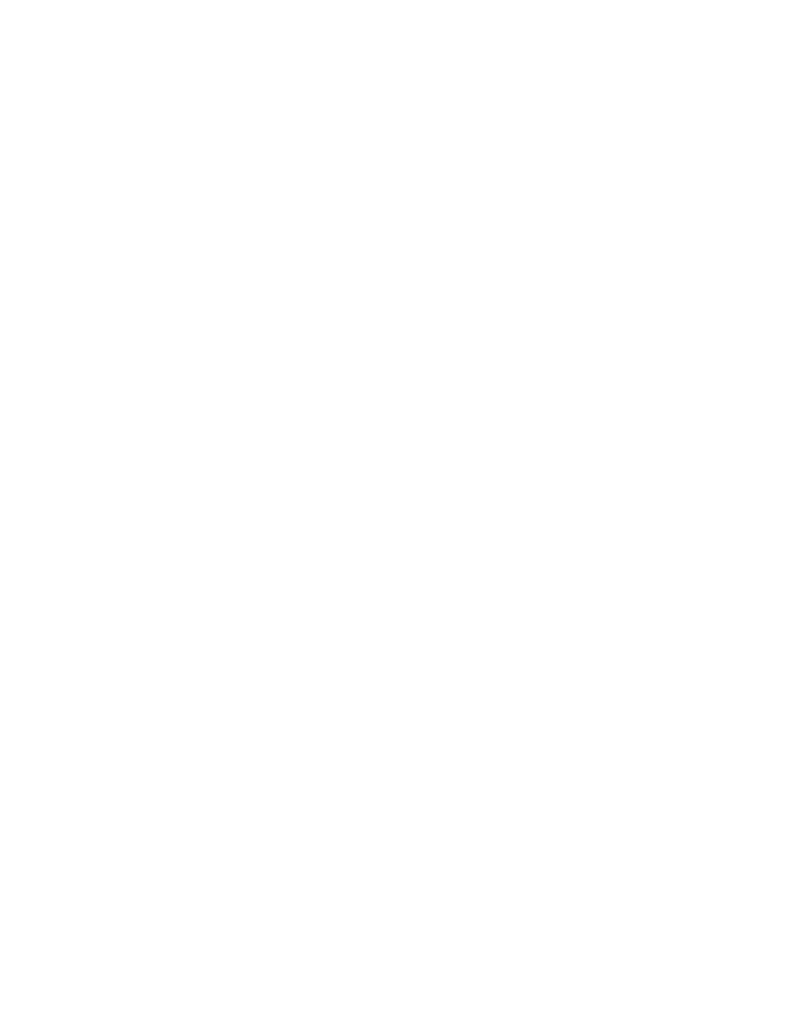
<source format=gbr>
G04 Created by GerbView*
%FSLAX35Y35*%
%MOMM*%
G75*
%ADD10C,0.0254*%
%ADD11C,0.1245*%
%LNEXPORT*%
D02*
D10*
D11*
X22900000Y26485000D03*
D10*
D11*
X22600000Y28262500D03*
D10*
D11*
X12450000Y26450000D03*
D10*
D11*
X14768750Y26575000D03*
D10*
D11*
X12250000Y26550000D03*
D10*
D11*
X14056250Y26575000D03*
D10*
D11*
X12450000Y26250000D03*
D10*
D11*
X14725000Y26425000D03*
D10*
D11*
X12250000Y26350000D03*
D10*
D11*
X13756250Y26425000D03*
D10*
D11*
X12350000Y26450000D03*
D10*
D11*
X14768750Y26475000D03*
D10*
D11*
X12150000Y26550000D03*
D10*
D11*
X14056250Y26475000D03*
D10*
D11*
X12350000Y26250000D03*
D10*
D11*
X14725000Y26325000D03*
D10*
D11*
X12150000Y26350000D03*
D10*
D11*
X13756250Y26325000D03*
D10*
D11*
X19400000Y12450000D03*
D10*
D11*
X21718750Y12575000D03*
D10*
D11*
X19200000Y12550000D03*
D10*
D11*
X21006250Y12575000D03*
D10*
D11*
X19400000Y12250000D03*
D10*
D11*
X21675000Y12425000D03*
D10*
D11*
X19200000Y12350000D03*
D10*
D11*
X20706250Y12425000D03*
D10*
D11*
X19300000Y12450000D03*
D10*
D11*
X21718750Y12475000D03*
D10*
D11*
X19100000Y12550000D03*
D10*
D11*
X21006250Y12475000D03*
D10*
D11*
X19300000Y12250000D03*
D10*
D11*
X21675000Y12325000D03*
D10*
D11*
X19100000Y12350000D03*
D10*
D11*
X20706250Y12325000D03*
D10*
D11*
X5081250Y28325000D03*
D10*
D11*
X7450000Y27850000D03*
D10*
D11*
X5793750Y28325000D03*
D10*
D11*
X7650000Y27950000D03*
D10*
D11*
X5125000Y28475000D03*
D10*
D11*
X7650000Y28150000D03*
D10*
D11*
X6093750Y28475000D03*
D10*
D11*
X7450000Y28050000D03*
D10*
D11*
X5081250Y28425000D03*
D10*
D11*
X7550000Y27850000D03*
D10*
D11*
X5793750Y28425000D03*
D10*
D11*
X7750000Y27950000D03*
D10*
D11*
X5125000Y28575000D03*
D10*
D11*
X7750000Y28150000D03*
D10*
D11*
X6093750Y28575000D03*
D10*
D11*
X7550000Y28050000D03*
D10*
D11*
X12031250Y14325000D03*
D10*
D11*
X14400000Y13850000D03*
D10*
D11*
X12743750Y14325000D03*
D10*
D11*
X14600000Y13950000D03*
D10*
D11*
X12075000Y14475000D03*
D10*
D11*
X14600000Y14150000D03*
D10*
D11*
X13043750Y14475000D03*
D10*
D11*
X14400000Y14050000D03*
D10*
D11*
X12031250Y14425000D03*
D10*
D11*
X14500000Y13850000D03*
D10*
D11*
X12743750Y14425000D03*
D10*
D11*
X14700000Y13950000D03*
D10*
D11*
X12075000Y14575000D03*
D10*
D11*
X14700000Y14150000D03*
D10*
D11*
X13043750Y14575000D03*
D10*
D11*
X14500000Y14050000D03*
D10*
D11*
X11750000Y26350000D03*
D10*
D11*
X14056250Y25725000D03*
D10*
D11*
X11950000Y26250000D03*
D10*
D11*
X14937500Y25725000D03*
D10*
D11*
X11950000Y26450000D03*
D10*
D11*
X13756250Y25875000D03*
D10*
D11*
X11750000Y26550000D03*
D10*
D11*
X14725000Y25875000D03*
D10*
D11*
X11650000Y26350000D03*
D10*
D11*
X14056250Y25825000D03*
D10*
D11*
X11850000Y26250000D03*
D10*
D11*
X14937500Y25825000D03*
D10*
D11*
X11850000Y26450000D03*
D10*
D11*
X13756250Y25975000D03*
D10*
D11*
X11650000Y26550000D03*
D10*
D11*
X14725000Y25975000D03*
D10*
D11*
X18700000Y12350000D03*
D10*
D11*
X21006250Y11725000D03*
D10*
D11*
X18900000Y12250000D03*
D10*
D11*
X21887500Y11725000D03*
D10*
D11*
X18900000Y12450000D03*
D10*
D11*
X20706250Y11875000D03*
D10*
D11*
X18700000Y12550000D03*
D10*
D11*
X21675000Y11875000D03*
D10*
D11*
X18600000Y12350000D03*
D10*
D11*
X21006250Y11825000D03*
D10*
D11*
X18800000Y12250000D03*
D10*
D11*
X21887500Y11825000D03*
D10*
D11*
X18800000Y12450000D03*
D10*
D11*
X20706250Y11975000D03*
D10*
D11*
X18600000Y12550000D03*
D10*
D11*
X21675000Y11975000D03*
D10*
D11*
X5793750Y29175000D03*
D10*
D11*
X4912500Y29175000D03*
D10*
D11*
X6093750Y29025000D03*
D10*
D11*
X5125000Y29025000D03*
D10*
D11*
X5793750Y29075000D03*
D10*
D11*
X4912500Y29075000D03*
D10*
D11*
X6093750Y28925000D03*
D10*
D11*
X5125000Y28925000D03*
D10*
D11*
X12743750Y15175000D03*
D10*
D11*
X15200000Y14150000D03*
D10*
D11*
X11862500Y15175000D03*
D10*
D11*
X15000000Y14050000D03*
D10*
D11*
X13043750Y15025000D03*
D10*
D11*
X15200000Y13950000D03*
D10*
D11*
X12075000Y15025000D03*
D10*
D11*
X15000000Y13850000D03*
D10*
D11*
X12743750Y15075000D03*
D10*
D11*
X15100000Y14150000D03*
D10*
D11*
X11862500Y15075000D03*
D10*
D11*
X14900000Y14050000D03*
D10*
D11*
X13043750Y14925000D03*
D10*
D11*
X15100000Y13950000D03*
D10*
D11*
X12075000Y14925000D03*
D10*
D11*
X14900000Y13850000D03*
D10*
D11*
X1570000Y13850000D03*
D10*
D11*
X4733210Y6102130D03*
D10*
D11*
X1650000Y13850000D03*
D10*
D11*
X4813220Y6102130D03*
D10*
D11*
X1810000Y13850000D03*
D10*
D11*
X4813220Y6222020D03*
D10*
D11*
X1890000Y13850000D03*
D10*
D11*
X4892980Y6222020D03*
D10*
D11*
X3170000Y21900000D03*
D10*
D11*
X3330000Y21980000D03*
D10*
D11*
X3570000Y21980000D03*
D10*
D11*
X22800000Y25585000D03*
D10*
D11*
X22700000Y25685000D03*
D10*
D11*
X22600000Y25785000D03*
D10*
D11*
X1330000Y13850000D03*
D10*
D11*
X4733210Y5901980D03*
D10*
D11*
X1410000Y13850000D03*
D10*
D11*
X4813220Y5901980D03*
D10*
D11*
X2050000Y13850000D03*
D10*
D11*
X4813220Y6022120D03*
D10*
D11*
X2130000Y13850000D03*
D10*
D11*
X4892980Y6022120D03*
D10*
D11*
X22850000Y19850790D03*
D10*
D11*
X24366250Y19882540D03*
D10*
D11*
X3810000Y21780000D03*
D10*
D11*
X22850000Y19792210D03*
D10*
D11*
X24293750Y19810040D03*
D10*
D11*
X3730000Y21780000D03*
D10*
D11*
X22850000Y20000790D03*
D10*
D11*
X24366250Y20036220D03*
D10*
D11*
X4050000Y21780000D03*
D10*
D11*
X22850000Y19942210D03*
D10*
D11*
X24293750Y19963720D03*
D10*
D11*
X3970000Y21780000D03*
D10*
D11*
X22850000Y20150790D03*
D10*
D11*
X24366250Y20181220D03*
D10*
D11*
X4290000Y21780000D03*
D10*
D11*
X22850000Y20092210D03*
D10*
D11*
X24293750Y20108720D03*
D10*
D11*
X4210000Y21780000D03*
D10*
D11*
X22850000Y20270290D03*
D10*
D11*
X24366250Y20326220D03*
D10*
D11*
X3970000Y22100000D03*
D10*
D11*
X22850000Y20211710D03*
D10*
D11*
X24293750Y20253720D03*
D10*
D11*
X3890000Y22100000D03*
D10*
D11*
X22500000Y26885000D03*
D10*
D11*
X2850000Y13850000D03*
D10*
D11*
X9387510Y3943390D03*
D10*
D11*
X2770000Y13850000D03*
D10*
D11*
X9387510Y4023400D03*
D10*
D11*
X2370000Y13850000D03*
D10*
D11*
X9267370Y4103410D03*
D10*
D11*
X2290000Y13850000D03*
D10*
D11*
X9267370Y4183420D03*
D10*
D11*
X22800000Y28262500D03*
D10*
D11*
X22700000Y28362500D03*
D10*
D11*
X23000000Y28162500D03*
D10*
D11*
X23000000Y28262500D03*
D10*
D11*
X22700000Y28562500D03*
D10*
D11*
X22900000Y28462500D03*
D10*
D11*
X22600000Y28562500D03*
D10*
D11*
X22700000Y28162500D03*
D10*
D11*
X22400000Y28462500D03*
D10*
D11*
X22900000Y28162500D03*
D10*
D11*
X22500000Y28262500D03*
D10*
D11*
X22700000Y28262500D03*
D10*
D11*
X22600000Y28462500D03*
D10*
D11*
X22500000Y28362500D03*
D10*
D11*
X5325000Y11656650D03*
D10*
D11*
X5325000Y11846150D03*
D10*
D11*
X6930070Y13844100D03*
D10*
D11*
X5325000Y11593360D03*
D10*
D11*
X5325000Y11782860D03*
D10*
D11*
X6930070Y13954100D03*
D10*
D11*
X5661360Y12352500D03*
D10*
D11*
X6425000Y12300000D03*
D10*
D11*
X5661360Y12252500D03*
D10*
D11*
X6525000Y12300000D03*
D10*
D11*
X4856250Y8700000D03*
D10*
D11*
X8231250Y12092500D03*
D10*
D11*
X4856250Y8600000D03*
D10*
D11*
X8231250Y12192500D03*
D10*
D11*
X5483060Y1750000D03*
D10*
D11*
X9497500Y15325000D03*
D10*
D11*
X5583060Y1750000D03*
D10*
D11*
X9497500Y15225000D03*
D10*
D11*
X2690000Y21900000D03*
D10*
D11*
X2770000Y21900000D03*
D10*
D11*
X21600000Y28362500D03*
D10*
D11*
X22600000Y25485000D03*
D10*
D11*
X21600000Y28462500D03*
D10*
D11*
X22500000Y25685000D03*
D10*
D11*
X21600000Y28262500D03*
D10*
D11*
X22900000Y25885000D03*
D10*
D11*
X21800000Y28462500D03*
D10*
D11*
X22500000Y25785000D03*
D10*
D11*
X21700000Y28462500D03*
D10*
D11*
X22600000Y25385000D03*
D10*
D11*
X21500000Y28262500D03*
D10*
D11*
X22300000Y25785000D03*
D10*
D11*
X21700000Y28562500D03*
D10*
D11*
X22500000Y25485000D03*
D10*
D11*
X21500000Y28362500D03*
D10*
D11*
X22400000Y25585000D03*
D10*
D11*
X21900000Y28762500D03*
D10*
D11*
X22500000Y25385000D03*
D10*
D11*
X21800000Y28362500D03*
D10*
D11*
X22700000Y25785000D03*
D10*
D11*
X21700000Y28362500D03*
D10*
D11*
X23000000Y25585000D03*
D10*
D11*
X21900000Y28362500D03*
D10*
D11*
X22900000Y25785000D03*
D10*
D11*
X4050000Y21980000D03*
D10*
D11*
X4130000Y21980000D03*
D10*
D11*
X23000000Y26585000D03*
D10*
D11*
X22700000Y26385000D03*
D10*
D11*
X22800000Y26785000D03*
D10*
D11*
X23000000Y26485000D03*
D10*
D11*
X22600000Y26385000D03*
D10*
D11*
X22700000Y26285000D03*
D10*
D11*
X22900000Y26385000D03*
D10*
D11*
X22800000Y26285000D03*
D10*
D11*
X23000000Y26385000D03*
D10*
D11*
X3730000Y22100000D03*
D10*
D11*
X4333160Y6222020D03*
D10*
D11*
X3650000Y22100000D03*
D10*
D11*
X4413170Y6222020D03*
D10*
D11*
X2646250Y20969610D03*
D10*
D11*
X9467520Y3783370D03*
D10*
D11*
X2646250Y21032900D03*
D10*
D11*
X9467520Y3863380D03*
D10*
D11*
X2643750Y20725860D03*
D10*
D11*
X9267370Y3783370D03*
D10*
D11*
X2643750Y20789150D03*
D10*
D11*
X9267370Y3863380D03*
D10*
D11*
X5156250Y14205390D03*
D10*
D11*
X5881250Y10981650D03*
D10*
D11*
X5156250Y14142100D03*
D10*
D11*
X5881250Y10918360D03*
D10*
D11*
X4781250Y13306250D03*
D10*
D11*
X7353750Y11300000D03*
D10*
D11*
X7353750Y11400000D03*
D10*
D11*
X7664000Y9825000D03*
D10*
D11*
X7763750Y9825000D03*
D10*
D11*
X8950000Y24750000D03*
D10*
D11*
X15900000Y10750000D03*
D10*
D11*
X12062500Y7675750D03*
D10*
D11*
X2812970Y6102130D03*
D10*
D11*
X12763860Y7673750D03*
D10*
D11*
X2573200Y6102130D03*
D10*
D11*
X12100000Y7825000D03*
D10*
D11*
X2812970Y5901980D03*
D10*
D11*
X13068750Y7825000D03*
D10*
D11*
X3053000Y5901980D03*
D10*
D11*
X12062500Y7775750D03*
D10*
D11*
X2892980Y6102130D03*
D10*
D11*
X12763860Y7773750D03*
D10*
D11*
X2653210Y6102130D03*
D10*
D11*
X12100000Y7925000D03*
D10*
D11*
X2892980Y5901980D03*
D10*
D11*
X13068750Y7925000D03*
D10*
D11*
X3133010Y5901980D03*
D10*
D11*
X12763860Y8526250D03*
D10*
D11*
X2892980Y6222020D03*
D10*
D11*
X11825000Y8526250D03*
D10*
D11*
X2653210Y6222020D03*
D10*
D11*
X13068750Y8375000D03*
D10*
D11*
X3133010Y6022120D03*
D10*
D11*
X12100000Y8375000D03*
D10*
D11*
X2346500Y5806250D03*
D10*
D11*
X12763860Y8426250D03*
D10*
D11*
X2972990Y6222020D03*
D10*
D11*
X11825000Y8426250D03*
D10*
D11*
X2733220Y6220720D03*
D10*
D11*
X13068750Y8275000D03*
D10*
D11*
X3213020Y6022120D03*
D10*
D11*
X12100000Y8275000D03*
D10*
D11*
X2446500Y5806250D03*
D10*
D11*
X22900000Y28862500D03*
D10*
D11*
X23000000Y28762500D03*
D10*
D11*
X22700000Y28862500D03*
D10*
D11*
X21600000Y29662500D03*
D10*
D11*
X21800000Y29462500D03*
D10*
D11*
X21700000Y29562500D03*
D10*
D11*
X22100000Y29262500D03*
D10*
D11*
X21800000Y29562500D03*
D10*
D11*
X21900000Y29462500D03*
D10*
D11*
X21700000Y29662500D03*
D10*
D11*
X22000000Y29462500D03*
D10*
D11*
X21800000Y29662500D03*
D10*
D11*
X22000000Y29362500D03*
D10*
D11*
X21900000Y29562500D03*
D10*
D11*
X21700000Y29462500D03*
D10*
D11*
X21600000Y29262500D03*
D10*
D11*
X21800000Y29362500D03*
D10*
D11*
X21500000Y29462500D03*
D10*
D11*
X21900000Y29362500D03*
D10*
D11*
X21500000Y29362500D03*
D10*
D11*
X21700000Y29162500D03*
D10*
D11*
X21500000Y29262500D03*
D10*
D11*
X21600000Y29162500D03*
D10*
D11*
X21800000Y29162500D03*
D10*
D11*
X21500000Y29162500D03*
D10*
D11*
X21600000Y29562500D03*
D10*
D11*
X22100000Y29362500D03*
D10*
D11*
X22000000Y29562500D03*
D10*
D11*
X22100000Y29462500D03*
D10*
D11*
X21900000Y29662500D03*
D10*
D11*
X22200000Y29262500D03*
D10*
D11*
X22000000Y29662500D03*
D10*
D11*
X21500000Y29662500D03*
D10*
D11*
X21600000Y29362500D03*
D10*
D11*
X21600000Y29462500D03*
D10*
D11*
X21700000Y29362500D03*
D10*
D11*
X21500000Y29562500D03*
D10*
D11*
X21700000Y29262500D03*
D10*
D11*
X22800000Y29362500D03*
D10*
D11*
X22800000Y29462500D03*
D10*
D11*
X22900000Y29362500D03*
D10*
D11*
X22700000Y29362500D03*
D10*
D11*
X22900000Y29462500D03*
D10*
D11*
X23000000Y29562500D03*
D10*
D11*
X22900000Y29262500D03*
D10*
D11*
X23000000Y29462500D03*
D10*
D11*
X22700000Y29162500D03*
D10*
D11*
X22800000Y29162500D03*
D10*
D11*
X22600000Y29162500D03*
D10*
D11*
X23000000Y29362500D03*
D10*
D11*
X22800000Y29562500D03*
D10*
D11*
X22800000Y29662500D03*
D10*
D11*
X22700000Y29662500D03*
D10*
D11*
X22500000Y29462500D03*
D10*
D11*
X22600000Y29462500D03*
D10*
D11*
X22500000Y29562500D03*
D10*
D11*
X22500000Y29362500D03*
D10*
D11*
X22600000Y29262500D03*
D10*
D11*
X22600000Y29662500D03*
D10*
D11*
X22400000Y29462500D03*
D10*
D11*
X22700000Y29062500D03*
D10*
D11*
X22900000Y29562500D03*
D10*
D11*
X23000000Y29262500D03*
D10*
D11*
X22800000Y29062500D03*
D10*
D11*
X23000000Y29162500D03*
D10*
D11*
X22900000Y29062500D03*
D10*
D11*
X22600000Y29062500D03*
D10*
D11*
X23000000Y29062500D03*
D10*
D11*
X23000000Y29662500D03*
D10*
D11*
X22700000Y29462500D03*
D10*
D11*
X22900000Y29662500D03*
D10*
D11*
X22700000Y29562500D03*
D10*
D11*
X22600000Y29562500D03*
D10*
D11*
X22600000Y29362500D03*
D10*
D11*
X24812500Y23076250D03*
D10*
D11*
X24812500Y22976250D03*
D10*
D11*
X24543750Y23232500D03*
D10*
D11*
X24543750Y23132500D03*
D10*
D11*
X24656250Y23419610D03*
D10*
D11*
X24656250Y23345390D03*
D10*
D11*
X24625000Y23863750D03*
D10*
D11*
X24625000Y23763750D03*
D10*
D11*
X22600000Y28362500D03*
D10*
D11*
X8900000Y14411360D03*
D10*
D11*
X9050000Y25050000D03*
D10*
D11*
X16000000Y11050000D03*
D10*
D11*
X9075000Y14385400D03*
D10*
D11*
X5163020Y1750000D03*
D10*
D11*
X9509150Y13509890D03*
D10*
D11*
X8800000Y14411360D03*
D10*
D11*
X9050000Y25150000D03*
D10*
D11*
X16000000Y11150000D03*
D10*
D11*
X8975000Y14385400D03*
D10*
D11*
X5263020Y1750000D03*
D10*
D11*
X9609150Y13509890D03*
D10*
D11*
X8510500Y13853750D03*
D10*
D11*
X8725000Y10632500D03*
D10*
D11*
X8510500Y13953750D03*
D10*
D11*
X8825000Y10632500D03*
D10*
D11*
X10122750Y15037500D03*
D10*
D11*
X22237500Y24404900D03*
D10*
D11*
X10351500Y15338000D03*
D10*
D11*
X21737500Y27483750D03*
D10*
D11*
X7768750Y14435400D03*
D10*
D11*
X9150000Y25150000D03*
D10*
D11*
X16100000Y11150000D03*
D10*
D11*
X8050000Y13875000D03*
D10*
D11*
X10232750Y15037500D03*
D10*
D11*
X22137500Y24404900D03*
D10*
D11*
X10241500Y15338000D03*
D10*
D11*
X21637500Y27483750D03*
D10*
D11*
X7668750Y14435400D03*
D10*
D11*
X9150000Y25250000D03*
D10*
D11*
X16100000Y11250000D03*
D10*
D11*
X8050000Y13975000D03*
D10*
D11*
X10026000Y11370000D03*
D10*
D11*
X10150000Y30725000D03*
D10*
D11*
X10150000Y30812500D03*
D10*
D11*
X10178000Y14988000D03*
D10*
D11*
X10218000Y15395000D03*
D10*
D11*
X10237000Y15099000D03*
D10*
D11*
X10300000Y30512500D03*
D10*
D11*
X10300000Y30675000D03*
D10*
D11*
X10397000Y15378000D03*
D10*
D11*
X10687500Y29912500D03*
D10*
D11*
X10825000Y29912500D03*
D10*
D11*
X10875000Y29912500D03*
D10*
D11*
X10987500Y29900000D03*
D10*
D11*
X14637000Y7808000D03*
D10*
D11*
X14879000Y7809000D03*
D10*
D11*
X15537500Y8362500D03*
D10*
D11*
X15537500Y8450000D03*
D10*
D11*
X15537500Y8625000D03*
D10*
D11*
X15975000Y8012500D03*
D10*
D11*
X16000000Y9037500D03*
D10*
D11*
X16162500Y7975000D03*
D10*
D11*
X16175000Y9037500D03*
D10*
D11*
X16350000Y9037500D03*
D10*
D11*
X16975000Y8287500D03*
D10*
D11*
X16975000Y8437500D03*
D10*
D11*
X16978000Y27116000D03*
D10*
D11*
X17000000Y8637500D03*
D10*
D11*
X17116000Y27114000D03*
D10*
D11*
X17250000Y25987500D03*
D10*
D11*
X17250000Y26037500D03*
D10*
D11*
X17437500Y8050000D03*
D10*
D11*
X17462500Y9050000D03*
D10*
D11*
X17612500Y8050000D03*
D10*
D11*
X17625000Y9050000D03*
D10*
D11*
X17800000Y9050000D03*
D10*
D11*
X17928000Y25634000D03*
D10*
D11*
X18012500Y26687500D03*
D10*
D11*
X18106000Y25636000D03*
D10*
D11*
X18150000Y26687500D03*
D10*
D11*
X18200000Y8637500D03*
D10*
D11*
X18275000Y8275000D03*
D10*
D11*
X18275000Y8450000D03*
D10*
D11*
X18312500Y26675000D03*
D10*
D11*
X18689000Y26292000D03*
D10*
D11*
X18694000Y26090000D03*
D10*
D11*
X19087000Y7866000D03*
D10*
D11*
X19187000Y7963000D03*
D10*
D11*
X19312500Y26000000D03*
D10*
D11*
X19312500Y26100000D03*
D10*
D11*
X19375000Y25400000D03*
D10*
D11*
X19425000Y26287500D03*
D10*
D11*
X19437500Y25462500D03*
D10*
D11*
X19450000Y26087500D03*
D10*
D11*
X19825000Y26625000D03*
D10*
D11*
X19836000Y25649000D03*
D10*
D11*
X20000000Y25652000D03*
D10*
D11*
X20037500Y26625000D03*
D10*
D11*
X21575000Y27527000D03*
D10*
D11*
X21812000Y27483000D03*
D10*
D11*
X22086000Y24356000D03*
D10*
D11*
X22292000Y24356000D03*
D10*
D11*
X22894000Y19770000D03*
D10*
D11*
X22894000Y20190000D03*
D10*
D11*
X22894000Y20293000D03*
D10*
D11*
X22896000Y20075000D03*
D10*
D11*
X22897000Y19923000D03*
D10*
D11*
X22898000Y19868000D03*
D10*
D11*
X22898000Y20020000D03*
D10*
D11*
X24327000Y19772000D03*
D10*
D11*
X24329000Y20216000D03*
D10*
D11*
X24334000Y19930000D03*
D10*
D11*
X24336000Y20082000D03*
D10*
D11*
X24403000Y19844000D03*
D10*
D11*
X24405000Y20001000D03*
D10*
D11*
X24407000Y20148000D03*
D10*
D11*
X24415000Y20330000D03*
D10*
D11*
X24580000Y23084000D03*
D10*
D11*
X24592000Y23272000D03*
D10*
D11*
X24682000Y23739000D03*
D10*
D11*
X24685000Y23294000D03*
D10*
D11*
X24685000Y23880000D03*
D10*
D11*
X24709000Y23458000D03*
D10*
D11*
X24861000Y23107000D03*
D10*
D11*
X2573000Y20953000D03*
D10*
D11*
X2626000Y20678000D03*
D10*
D11*
X2646000Y21090000D03*
D10*
D11*
X2667000Y20836000D03*
D10*
D11*
X2770000Y21980000D03*
D10*
D11*
X3453050Y5901980D03*
D10*
D11*
X3533060Y6022120D03*
D10*
D11*
X3693080Y6102130D03*
D10*
D11*
X3773090Y6022120D03*
D10*
D11*
X4050000Y22100000D03*
D10*
D11*
X4173140Y6102130D03*
D10*
D11*
X4333160Y951520D03*
D10*
D11*
X4413170Y5901980D03*
D10*
D11*
X4972990Y6022120D03*
D10*
D11*
X4972990Y6222020D03*
D10*
D11*
X5100000Y1750000D03*
D10*
D11*
X5133010Y6102130D03*
D10*
D11*
X5200000Y14112500D03*
D10*
D11*
X5200000Y14237500D03*
D10*
D11*
X5325000Y1750000D03*
D10*
D11*
X5407000Y20561000D03*
D10*
D11*
X5425000Y1750000D03*
D10*
D11*
X5437500Y16012500D03*
D10*
D11*
X5500000Y13687500D03*
D10*
D11*
X5525000Y15925000D03*
D10*
D11*
X5600000Y12250000D03*
D10*
D11*
X5606250Y12350000D03*
D10*
D11*
X5625000Y13562500D03*
D10*
D11*
X5643750Y1750000D03*
D10*
D11*
X5675000Y15400000D03*
D10*
D11*
X5675000Y15537500D03*
D10*
D11*
X5693080Y951520D03*
D10*
D11*
X5725000Y15275000D03*
D10*
D11*
X5773090Y831630D03*
D10*
D11*
X5800000Y14275000D03*
D10*
D11*
X5850000Y10875000D03*
D10*
D11*
X5850000Y11025000D03*
D10*
D11*
X5850000Y11075000D03*
D10*
D11*
X5875000Y11237500D03*
D10*
D11*
X5907690Y13382500D03*
D10*
D11*
X5925000Y16287500D03*
D10*
D11*
X5933110Y951520D03*
D10*
D11*
X6013120Y831630D03*
D10*
D11*
X6025000Y14300000D03*
D10*
D11*
X6037500Y13225000D03*
D10*
D11*
X6037500Y13400000D03*
D10*
D11*
X6100000Y15950000D03*
D10*
D11*
X6125000Y11375000D03*
D10*
D11*
X6125000Y16262500D03*
D10*
D11*
X6127000Y11215000D03*
D10*
D11*
X6150000Y14300000D03*
D10*
D11*
X6162500Y13225000D03*
D10*
D11*
X6204000Y15779000D03*
D10*
D11*
X6322000Y15927000D03*
D10*
D11*
X6350000Y16100000D03*
D10*
D11*
X6359000Y13929000D03*
D10*
D11*
X6393750Y12350000D03*
D10*
D11*
X6397000Y13568000D03*
D10*
D11*
X6523000Y13820000D03*
D10*
D11*
X6525000Y13700000D03*
D10*
D11*
X6537500Y15137500D03*
D10*
D11*
X6556250Y12350000D03*
D10*
D11*
X6600000Y15325000D03*
D10*
D11*
X6637500Y15225000D03*
D10*
D11*
X6675000Y15400000D03*
D10*
D11*
X6890000Y10152000D03*
D10*
D11*
X6890000Y10331000D03*
D10*
D11*
X6910000Y15548000D03*
D10*
D11*
X6912500Y14012500D03*
D10*
D11*
X6937500Y13781250D03*
D10*
D11*
X7006000Y15384000D03*
D10*
D11*
X7056000Y10151000D03*
D10*
D11*
X7247000Y10123000D03*
D10*
D11*
X7268000Y12255000D03*
D10*
D11*
X7392000Y14761000D03*
D10*
D11*
X7396000Y11423000D03*
D10*
D11*
X7416000Y12252000D03*
D10*
D11*
X7462500Y3806250D03*
D10*
D11*
X7471000Y10123000D03*
D10*
D11*
X7590000Y14759000D03*
D10*
D11*
X7606250Y3818750D03*
D10*
D11*
X7637500Y14387500D03*
D10*
D11*
X7658000Y9885000D03*
D10*
D11*
X7675000Y3756250D03*
D10*
D11*
X7776000Y9887000D03*
D10*
D11*
X7806250Y3800000D03*
D10*
D11*
X7818750Y14481250D03*
D10*
D11*
X7975000Y15212500D03*
D10*
D11*
X7975000Y15350000D03*
D10*
D11*
X8075000Y15400000D03*
D10*
D11*
X8075000Y15525000D03*
D10*
D11*
X8087500Y13837500D03*
D10*
D11*
X8087500Y14012500D03*
D10*
D11*
X8181250Y12062500D03*
D10*
D11*
X8181250Y12225000D03*
D10*
D11*
X8425000Y15337500D03*
D10*
D11*
X8425000Y15512500D03*
D10*
D11*
X8437500Y13931250D03*
D10*
D11*
X8438000Y13830000D03*
D10*
D11*
X8665000Y10643000D03*
D10*
D11*
X8825000Y30375000D03*
D10*
D11*
X8894000Y10619000D03*
D10*
D11*
X8900000Y30000000D03*
D10*
D11*
X8918000Y16703000D03*
D10*
D11*
X8975000Y14437500D03*
D10*
D11*
X974000Y8098000D03*
D10*
D11*
X975000Y7916000D03*
D10*
D11*
X9003000Y10618000D03*
D10*
D11*
X9012500Y30000000D03*
D10*
D11*
X9056000Y16561000D03*
D10*
D11*
X9075000Y30037500D03*
D10*
D11*
X9090000Y14929000D03*
D10*
D11*
X9175000Y31137500D03*
D10*
D11*
X9212500Y30037500D03*
D10*
D11*
X9227000Y10619000D03*
D10*
D11*
X9228000Y15100000D03*
D10*
D11*
X9403000Y10618000D03*
D10*
D11*
X9481250Y13450000D03*
D10*
D11*
X9563000Y15349000D03*
D10*
D11*
X9564000Y15215000D03*
D10*
D11*
X9612500Y30500000D03*
D10*
D11*
X9637500Y13450000D03*
D10*
D11*
X9662500Y30650000D03*
D10*
D11*
X9662500Y30687500D03*
D10*
D11*
X9675000Y30812500D03*
D10*
D11*
X9775000Y14662500D03*
D10*
D11*
X9812500Y12750000D03*
D10*
D11*
X9850000Y14762500D03*
D10*
D11*
X9925000Y12643750D03*
D10*
D11*
X9951000Y11561000D03*
D10*
D11*
X21600000Y28862500D03*
D10*
D11*
X21700000Y28862500D03*
D10*
D11*
X21500000Y28862500D03*
D10*
D11*
X21900000Y29162500D03*
D10*
D11*
X21900000Y29062500D03*
D10*
D11*
X22100000Y28262500D03*
D10*
D11*
X22000000Y28162500D03*
D10*
D11*
X7450000Y24650000D03*
D10*
D11*
X14400000Y10650000D03*
D10*
D11*
X7550000Y24650000D03*
D10*
D11*
X14500000Y10650000D03*
D10*
D11*
X7950000Y24650000D03*
D10*
D11*
X14900000Y10650000D03*
D10*
D11*
X8050000Y24650000D03*
D10*
D11*
X15000000Y10650000D03*
D10*
D11*
X12250000Y28150000D03*
D10*
D11*
X3613070Y6222020D03*
D10*
D11*
X12450000Y28050000D03*
D10*
D11*
X3373040Y6222020D03*
D10*
D11*
X12250000Y27950000D03*
D10*
D11*
X3613070Y6022120D03*
D10*
D11*
X12450000Y27850000D03*
D10*
D11*
X3373040Y6022120D03*
D10*
D11*
X12150000Y28150000D03*
D10*
D11*
X3693080Y6222020D03*
D10*
D11*
X12350000Y28050000D03*
D10*
D11*
X3453050Y6222020D03*
D10*
D11*
X12150000Y27950000D03*
D10*
D11*
X3693080Y6022120D03*
D10*
D11*
X12350000Y27850000D03*
D10*
D11*
X3453050Y6022120D03*
D10*
D11*
X19200000Y14150000D03*
D10*
D11*
X4093130Y6222020D03*
D10*
D11*
X19400000Y14050000D03*
D10*
D11*
X3853100Y6222020D03*
D10*
D11*
X19200000Y13950000D03*
D10*
D11*
X4093130Y6022120D03*
D10*
D11*
X19400000Y13850000D03*
D10*
D11*
X4333160Y6022120D03*
D10*
D11*
X19100000Y14150000D03*
D10*
D11*
X4173140Y6222020D03*
D10*
D11*
X19300000Y14050000D03*
D10*
D11*
X3933110Y6222020D03*
D10*
D11*
X19100000Y13950000D03*
D10*
D11*
X4173140Y6022120D03*
D10*
D11*
X19300000Y13850000D03*
D10*
D11*
X4413170Y6022120D03*
D10*
D11*
X11750000Y28150000D03*
D10*
D11*
X3533060Y6102130D03*
D10*
D11*
X11950000Y28050000D03*
D10*
D11*
X3293030Y6102130D03*
D10*
D11*
X11750000Y27950000D03*
D10*
D11*
X3533060Y5901980D03*
D10*
D11*
X11950000Y27850000D03*
D10*
D11*
X3293030Y5901980D03*
D10*
D11*
X11650000Y28150000D03*
D10*
D11*
X3613070Y6102130D03*
D10*
D11*
X11850000Y28050000D03*
D10*
D11*
X3373040Y6102130D03*
D10*
D11*
X11650000Y27950000D03*
D10*
D11*
X3613070Y5901980D03*
D10*
D11*
X11850000Y27850000D03*
D10*
D11*
X3373040Y5901980D03*
D10*
D11*
X18700000Y14150000D03*
D10*
D11*
X4253150Y5901980D03*
D10*
D11*
X18900000Y14050000D03*
D10*
D11*
X4013120Y5901980D03*
D10*
D11*
X18700000Y13950000D03*
D10*
D11*
X4013120Y6102130D03*
D10*
D11*
X18900000Y13850000D03*
D10*
D11*
X3773090Y6102130D03*
D10*
D11*
X18600000Y14150000D03*
D10*
D11*
X4333160Y5901980D03*
D10*
D11*
X18800000Y14050000D03*
D10*
D11*
X4093130Y5901980D03*
D10*
D11*
X18600000Y13950000D03*
D10*
D11*
X4093130Y6102130D03*
D10*
D11*
X18800000Y13850000D03*
D10*
D11*
X3853100Y6102130D03*
D10*
D11*
X22700000Y25585000D03*
D10*
D11*
X22600000Y25585000D03*
D10*
D11*
X22400000Y25785000D03*
D10*
D11*
X22600000Y26685000D03*
D10*
D11*
X5613070Y6222020D03*
D10*
D11*
X5533060Y6222020D03*
D10*
D11*
X5533060Y6102130D03*
D10*
D11*
X5453050Y6102130D03*
D10*
D11*
X22700000Y26585000D03*
D10*
D11*
X5613070Y6022120D03*
D10*
D11*
X22900000Y26585000D03*
D10*
D11*
X5533060Y6022120D03*
D10*
D11*
X5533060Y5901980D03*
D10*
D11*
X22700000Y26485000D03*
D10*
D11*
X5453050Y5901980D03*
D10*
D11*
X22800000Y26885000D03*
D10*
D11*
X3330000Y13850000D03*
D10*
D11*
X3250000Y13850000D03*
D10*
D11*
X5568190Y13559950D03*
D10*
D11*
X5895590Y11186920D03*
D10*
D11*
X5497470Y13630670D03*
D10*
D11*
X5824870Y11116200D03*
D10*
D11*
X11350000Y27150000D03*
D10*
D11*
X8550000Y27950000D03*
D10*
D11*
X8550000Y25350000D03*
D10*
D11*
X8350000Y25050000D03*
D10*
D11*
X17025160Y8409380D03*
D10*
D11*
X18300000Y13950000D03*
D10*
D11*
X17025160Y8590630D03*
D10*
D11*
X18300000Y13150000D03*
D10*
D11*
X17584380Y8999840D03*
D10*
D11*
X18500000Y13450000D03*
D10*
D11*
X17765630Y8999840D03*
D10*
D11*
X18500000Y12250000D03*
D10*
D11*
X18224840Y8490620D03*
D10*
D11*
X18500000Y11050000D03*
D10*
D11*
X18224840Y8309370D03*
D10*
D11*
X18500000Y11850000D03*
D10*
D11*
X15500000Y13950000D03*
D10*
D11*
X11550000Y25050000D03*
D10*
D11*
X15300000Y13450000D03*
D10*
D11*
X15500000Y13150000D03*
D10*
D11*
X15500000Y11350000D03*
D10*
D11*
X15300000Y11850000D03*
D10*
D11*
X15300000Y11050000D03*
D10*
D11*
X11350000Y27950000D03*
D10*
D11*
X11550000Y25850000D03*
D10*
D11*
X11550000Y26250000D03*
D10*
D11*
X11550000Y27450000D03*
D10*
D11*
X8350000Y27450000D03*
D10*
D11*
X8350000Y25850000D03*
D10*
D11*
X8550000Y27150000D03*
D10*
D11*
X11250000Y27150000D03*
D10*
D11*
X8650000Y27950000D03*
D10*
D11*
X8650000Y25350000D03*
D10*
D11*
X8450000Y25050000D03*
D10*
D11*
X17025160Y8309380D03*
D10*
D11*
X18200000Y13950000D03*
D10*
D11*
X17025160Y8490630D03*
D10*
D11*
X18200000Y13150000D03*
D10*
D11*
X17484380Y8999840D03*
D10*
D11*
X18400000Y13450000D03*
D10*
D11*
X17665630Y8999840D03*
D10*
D11*
X18400000Y12250000D03*
D10*
D11*
X18224840Y8590620D03*
D10*
D11*
X18400000Y11050000D03*
D10*
D11*
X18224840Y8409370D03*
D10*
D11*
X18400000Y11850000D03*
D10*
D11*
X15600000Y13950000D03*
D10*
D11*
X11450000Y25050000D03*
D10*
D11*
X15400000Y13450000D03*
D10*
D11*
X15600000Y13150000D03*
D10*
D11*
X15600000Y11350000D03*
D10*
D11*
X15400000Y11850000D03*
D10*
D11*
X15400000Y11050000D03*
D10*
D11*
X11250000Y27950000D03*
D10*
D11*
X11450000Y25850000D03*
D10*
D11*
X11450000Y26250000D03*
D10*
D11*
X11450000Y27450000D03*
D10*
D11*
X8450000Y27450000D03*
D10*
D11*
X8450000Y25850000D03*
D10*
D11*
X8650000Y27150000D03*
D10*
D11*
X3053000Y6102130D03*
D10*
D11*
X5731250Y14386250D03*
D10*
D11*
X6137500Y14362500D03*
D10*
D11*
X6465830Y13812930D03*
D10*
D11*
X3853100Y6022120D03*
D10*
D11*
X6387500Y13631680D03*
D10*
D11*
X17573750Y8015000D03*
D10*
D11*
X6037500Y13275000D03*
D10*
D11*
X5937500Y13344880D03*
D10*
D11*
X3133000Y6102000D03*
D10*
D11*
X5731250Y14286250D03*
D10*
D11*
X6037500Y14362500D03*
D10*
D11*
X6395110Y13883650D03*
D10*
D11*
X3933110Y6022120D03*
D10*
D11*
X6458220Y13702400D03*
D10*
D11*
X17473750Y8015000D03*
D10*
D11*
X6137500Y13275000D03*
D10*
D11*
X6037500Y13344880D03*
D10*
D11*
X19973750Y25600000D03*
D10*
D11*
X7307500Y10123040D03*
D10*
D11*
X19873750Y25600000D03*
D10*
D11*
X7407500Y10123040D03*
D10*
D11*
X11550000Y26450000D03*
D10*
D11*
X19348010Y26059370D03*
D10*
D11*
X19443750Y26240620D03*
D10*
D11*
X8550000Y27550000D03*
D10*
D11*
X18500000Y12450000D03*
D10*
D11*
X19984380Y26635000D03*
D10*
D11*
X15500000Y13550000D03*
D10*
D11*
X19334810Y25428570D03*
D10*
D11*
X20622500Y25959380D03*
D10*
D11*
X2653210Y6022120D03*
D10*
D11*
X11450000Y26450000D03*
D10*
D11*
X19348010Y25959370D03*
D10*
D11*
X19443750Y26140620D03*
D10*
D11*
X8650000Y27550000D03*
D10*
D11*
X18400000Y12450000D03*
D10*
D11*
X19884380Y26635000D03*
D10*
D11*
X15600000Y13550000D03*
D10*
D11*
X19405530Y25499290D03*
D10*
D11*
X20622500Y26059380D03*
D10*
D11*
X2733000Y6022000D03*
D10*
D11*
X10049560Y11431690D03*
D10*
D11*
X18073750Y25587500D03*
D10*
D11*
X17973750Y25587500D03*
D10*
D11*
X9978840Y11502410D03*
D10*
D11*
X11550000Y26050000D03*
D10*
D11*
X17300000Y26059370D03*
D10*
D11*
X17095000Y27068750D03*
D10*
D11*
X8550000Y27350000D03*
D10*
D11*
X18084380Y26639490D03*
D10*
D11*
X18500000Y12050000D03*
D10*
D11*
X15500000Y13350000D03*
D10*
D11*
X18265630Y26639490D03*
D10*
D11*
X18721880Y26140620D03*
D10*
D11*
X3133000Y6222130D03*
D10*
D11*
X11450000Y26050000D03*
D10*
D11*
X17300000Y25959370D03*
D10*
D11*
X16995000Y27068750D03*
D10*
D11*
X8650000Y27350000D03*
D10*
D11*
X17984380Y26639490D03*
D10*
D11*
X18400000Y12050000D03*
D10*
D11*
X15600000Y13350000D03*
D10*
D11*
X18165630Y26639490D03*
D10*
D11*
X18721880Y26240620D03*
D10*
D11*
X3213000Y6222000D03*
D10*
D11*
X6965000Y15426250D03*
D10*
D11*
X9257500Y10687500D03*
D10*
D11*
X6965000Y15526250D03*
D10*
D11*
X9357500Y10687500D03*
D10*
D11*
X11350000Y27550000D03*
D10*
D11*
X5488210Y16043030D03*
D10*
D11*
X5961250Y16240000D03*
D10*
D11*
X8350000Y25450000D03*
D10*
D11*
X18300000Y13550000D03*
D10*
D11*
X8018750Y15415620D03*
D10*
D11*
X15300000Y11450000D03*
D10*
D11*
X7926990Y15234370D03*
D10*
D11*
X3773090Y5901980D03*
D10*
D11*
X7440630Y14796250D03*
D10*
D11*
X11250000Y27550000D03*
D10*
D11*
X5558930Y15972310D03*
D10*
D11*
X6061250Y16240000D03*
D10*
D11*
X8450000Y25450000D03*
D10*
D11*
X18200000Y13550000D03*
D10*
D11*
X8018750Y15515620D03*
D10*
D11*
X15400000Y11450000D03*
D10*
D11*
X7926990Y15334370D03*
D10*
D11*
X3853100Y5901980D03*
D10*
D11*
X7540630Y14796250D03*
D10*
D11*
X10910630Y29950000D03*
D10*
D11*
X11550000Y27850000D03*
D10*
D11*
X8350000Y27850000D03*
D10*
D11*
X8350000Y27850000D03*
D10*
D11*
X8929380Y30046760D03*
D10*
D11*
X18500000Y13050000D03*
D10*
D11*
X18300000Y11750000D03*
D10*
D11*
X18300000Y10950000D03*
D10*
D11*
X18500000Y13850000D03*
D10*
D11*
X15500000Y10950000D03*
D10*
D11*
X15575160Y8409380D03*
D10*
D11*
X10729380Y29950000D03*
D10*
D11*
X11550000Y27050000D03*
D10*
D11*
X15500000Y11750000D03*
D10*
D11*
X15575160Y8590630D03*
D10*
D11*
X15300000Y13050000D03*
D10*
D11*
X16134380Y8999840D03*
D10*
D11*
X15300000Y13850000D03*
D10*
D11*
X15300000Y13850000D03*
D10*
D11*
X16315630Y8997500D03*
D10*
D11*
X10321670Y30621670D03*
D10*
D11*
X11350000Y25750000D03*
D10*
D11*
X10203970Y30795620D03*
D10*
D11*
X11350000Y24950000D03*
D10*
D11*
X8550000Y24950000D03*
D10*
D11*
X9627280Y30735620D03*
D10*
D11*
X8550000Y25750000D03*
D10*
D11*
X9627280Y30554370D03*
D10*
D11*
X8350000Y27050000D03*
D10*
D11*
X9110630Y30078970D03*
D10*
D11*
X10970630Y29950000D03*
D10*
D11*
X11450000Y27850000D03*
D10*
D11*
X8450000Y27850000D03*
D10*
D11*
X8450000Y27850000D03*
D10*
D11*
X8989380Y30046760D03*
D10*
D11*
X18400000Y13050000D03*
D10*
D11*
X18200000Y11750000D03*
D10*
D11*
X18200000Y10950000D03*
D10*
D11*
X18400000Y13850000D03*
D10*
D11*
X15575160Y8309380D03*
D10*
D11*
X15600000Y10950000D03*
D10*
D11*
X10789380Y29950000D03*
D10*
D11*
X11450000Y27050000D03*
D10*
D11*
X15575160Y8490630D03*
D10*
D11*
X15600000Y11750000D03*
D10*
D11*
X15400000Y13050000D03*
D10*
D11*
X15400000Y13050000D03*
D10*
D11*
X16034380Y8999840D03*
D10*
D11*
X15400000Y13850000D03*
D10*
D11*
X15400000Y13850000D03*
D10*
D11*
X16215630Y8997500D03*
D10*
D11*
X10321670Y30561670D03*
D10*
D11*
X11250000Y25750000D03*
D10*
D11*
X10203970Y30735620D03*
D10*
D11*
X11250000Y24950000D03*
D10*
D11*
X8650000Y24950000D03*
D10*
D11*
X9627280Y30795620D03*
D10*
D11*
X8650000Y25750000D03*
D10*
D11*
X9627280Y30614370D03*
D10*
D11*
X8450000Y27050000D03*
D10*
D11*
X9170630Y30078970D03*
D10*
D11*
X11310000Y30626250D03*
D10*
D11*
X6293750Y15979750D03*
D10*
D11*
X6225000Y15948250D03*
D10*
D11*
X9046250Y31079600D03*
D10*
D11*
X6562930Y15362930D03*
D10*
D11*
X16123750Y8006250D03*
D10*
D11*
X6519180Y15181680D03*
D10*
D11*
X11310000Y30526250D03*
D10*
D11*
X6293750Y16089750D03*
D10*
D11*
X6225000Y15838250D03*
D10*
D11*
X9046250Y31142890D03*
D10*
D11*
X6633650Y15433650D03*
D10*
D11*
X16023750Y8006250D03*
D10*
D11*
X6589900Y15252400D03*
D10*
D11*
X5727500Y15420000D03*
D10*
D11*
X8875000Y10668750D03*
D10*
D11*
X5727500Y15520000D03*
D10*
D11*
X8975000Y10668750D03*
D10*
D11*
X5765000Y15226250D03*
D10*
D11*
X6181250Y11350000D03*
D10*
D11*
X5765000Y15326250D03*
D10*
D11*
X6181250Y11250000D03*
D10*
D11*
X850000Y13850000D03*
D10*
D11*
X9267370Y2663480D03*
D10*
D11*
X930000Y13850000D03*
D10*
D11*
X9387510Y2583470D03*
D10*
D11*
X1090000Y13850000D03*
D10*
D11*
X9267370Y2583470D03*
D10*
D11*
X1170000Y13850000D03*
D10*
D11*
X9387510Y2503460D03*
D10*
D11*
X1330000Y13530000D03*
D10*
D11*
X9467520Y2903510D03*
D10*
D11*
X1410000Y13530000D03*
D10*
D11*
X9587410Y2823500D03*
D10*
D11*
X1490000Y13530000D03*
D10*
D11*
X9467520Y2743490D03*
D10*
D11*
X1570000Y13530000D03*
D10*
D11*
X9587410Y2663480D03*
D10*
D11*
X1650000Y13530000D03*
D10*
D11*
X9467520Y2583470D03*
D10*
D11*
X1730000Y13530000D03*
D10*
D11*
X9587410Y2503460D03*
D10*
D11*
X1810000Y13530000D03*
D10*
D11*
X9467520Y2423450D03*
D10*
D11*
X1890000Y13530000D03*
D10*
D11*
X9587410Y2343440D03*
D10*
D11*
X2690000Y21780000D03*
D10*
D11*
X2770000Y21780000D03*
D10*
D11*
X2530000Y21780000D03*
D10*
D11*
X9467520Y2983520D03*
D10*
D11*
X2610000Y21780000D03*
D10*
D11*
X9587410Y2903510D03*
D10*
D11*
X3090000Y21780000D03*
D10*
D11*
X3010000Y21780000D03*
D10*
D11*
X8687500Y3018750D03*
D10*
D11*
X8606250Y3018750D03*
D10*
D11*
X9467520Y3463580D03*
D10*
D11*
X9467520Y3543590D03*
D10*
D11*
X9587410Y3383570D03*
D10*
D11*
X9587410Y3463580D03*
D10*
D11*
X9467520Y3223550D03*
D10*
D11*
X9467520Y3303560D03*
D10*
D11*
X9587410Y3143540D03*
D10*
D11*
X9587410Y3223550D03*
D10*
D11*
X22100000Y28562500D03*
D10*
D11*
X22200000Y28262500D03*
D10*
D11*
X22200000Y28462500D03*
D10*
D11*
X22700000Y26085000D03*
D10*
D11*
X7284380Y12193750D03*
D10*
D11*
X8464700Y15475000D03*
D10*
D11*
X7384380Y12193750D03*
D10*
D11*
X8464700Y15375000D03*
D10*
D11*
X9156760Y14944260D03*
D10*
D11*
X9790780Y12686930D03*
D10*
D11*
X9227480Y15014980D03*
D10*
D11*
X9861500Y12616210D03*
D10*
D11*
X4370000Y21900000D03*
D10*
D11*
X5293750Y12731250D03*
D10*
D11*
X12150000Y24550000D03*
D10*
D11*
X14055500Y23875000D03*
D10*
D11*
X12350000Y24450000D03*
D10*
D11*
X14763000Y23875000D03*
D10*
D11*
X10550000Y24450000D03*
D10*
D11*
X13753000Y23125000D03*
D10*
D11*
X10550000Y24250000D03*
D10*
D11*
X14997000Y23125000D03*
D10*
D11*
X12150000Y24350000D03*
D10*
D11*
X13750000Y23725000D03*
D10*
D11*
X11950000Y24450000D03*
D10*
D11*
X14545500Y23725000D03*
D10*
D11*
X11950000Y24250000D03*
D10*
D11*
X14054000Y23575000D03*
D10*
D11*
X11950000Y24050000D03*
D10*
D11*
X14765000Y23575000D03*
D10*
D11*
X10750000Y24550000D03*
D10*
D11*
X13752000Y23425000D03*
D10*
D11*
X10750000Y24350000D03*
D10*
D11*
X14544000Y23425000D03*
D10*
D11*
X10750000Y24150000D03*
D10*
D11*
X14052000Y23275000D03*
D10*
D11*
X10550000Y24050000D03*
D10*
D11*
X14767000Y23275000D03*
D10*
D11*
X12250000Y24550000D03*
D10*
D11*
X14055500Y23975000D03*
D10*
D11*
X12450000Y24450000D03*
D10*
D11*
X14763000Y23975000D03*
D10*
D11*
X10650000Y24450000D03*
D10*
D11*
X13753000Y23225000D03*
D10*
D11*
X10650000Y24250000D03*
D10*
D11*
X14997000Y23225000D03*
D10*
D11*
X12250000Y24350000D03*
D10*
D11*
X13750000Y23825000D03*
D10*
D11*
X12050000Y24450000D03*
D10*
D11*
X14545500Y23825000D03*
D10*
D11*
X12050000Y24250000D03*
D10*
D11*
X14054000Y23675000D03*
D10*
D11*
X12050000Y24050000D03*
D10*
D11*
X14765000Y23675000D03*
D10*
D11*
X10850000Y24550000D03*
D10*
D11*
X13752000Y23525000D03*
D10*
D11*
X10850000Y24350000D03*
D10*
D11*
X14544000Y23525000D03*
D10*
D11*
X10850000Y24150000D03*
D10*
D11*
X14052000Y23375000D03*
D10*
D11*
X10650000Y24050000D03*
D10*
D11*
X14767000Y23375000D03*
D10*
D11*
X19100000Y10550000D03*
D10*
D11*
X21005500Y9875000D03*
D10*
D11*
X19300000Y10450000D03*
D10*
D11*
X21713000Y9875000D03*
D10*
D11*
X17500000Y10450000D03*
D10*
D11*
X20703000Y9125000D03*
D10*
D11*
X17500000Y10250000D03*
D10*
D11*
X21947000Y9125000D03*
D10*
D11*
X19100000Y10350000D03*
D10*
D11*
X20700000Y9725000D03*
D10*
D11*
X18900000Y10450000D03*
D10*
D11*
X21495500Y9725000D03*
D10*
D11*
X18900000Y10250000D03*
D10*
D11*
X21004000Y9575000D03*
D10*
D11*
X18900000Y10050000D03*
D10*
D11*
X21715000Y9575000D03*
D10*
D11*
X17700000Y10550000D03*
D10*
D11*
X20702000Y9425000D03*
D10*
D11*
X17700000Y10350000D03*
D10*
D11*
X21494000Y9425000D03*
D10*
D11*
X17700000Y10150000D03*
D10*
D11*
X21002000Y9275000D03*
D10*
D11*
X17500000Y10050000D03*
D10*
D11*
X21717000Y9275000D03*
D10*
D11*
X19200000Y10550000D03*
D10*
D11*
X21005500Y9975000D03*
D10*
D11*
X19400000Y10450000D03*
D10*
D11*
X21713000Y9975000D03*
D10*
D11*
X17600000Y10450000D03*
D10*
D11*
X20703000Y9225000D03*
D10*
D11*
X17600000Y10250000D03*
D10*
D11*
X21947000Y9225000D03*
D10*
D11*
X19200000Y10350000D03*
D10*
D11*
X20700000Y9825000D03*
D10*
D11*
X19000000Y10450000D03*
D10*
D11*
X21495500Y9825000D03*
D10*
D11*
X19000000Y10250000D03*
D10*
D11*
X21004000Y9675000D03*
D10*
D11*
X19000000Y10050000D03*
D10*
D11*
X21715000Y9675000D03*
D10*
D11*
X17800000Y10550000D03*
D10*
D11*
X20702000Y9525000D03*
D10*
D11*
X17800000Y10350000D03*
D10*
D11*
X21494000Y9525000D03*
D10*
D11*
X17800000Y10150000D03*
D10*
D11*
X21002000Y9375000D03*
D10*
D11*
X17600000Y10050000D03*
D10*
D11*
X21717000Y9375000D03*
D10*
D11*
X12150000Y26150000D03*
D10*
D11*
X14055500Y25175000D03*
D10*
D11*
X12350000Y26050000D03*
D10*
D11*
X14763000Y25175000D03*
D10*
D11*
X12150000Y25150000D03*
D10*
D11*
X13753000Y24425000D03*
D10*
D11*
X12350000Y25050000D03*
D10*
D11*
X14997000Y24425000D03*
D10*
D11*
X12150000Y25950000D03*
D10*
D11*
X13750000Y25025000D03*
D10*
D11*
X12350000Y25850000D03*
D10*
D11*
X14545500Y25025000D03*
D10*
D11*
X12150000Y25750000D03*
D10*
D11*
X14054000Y24875000D03*
D10*
D11*
X12350000Y25650000D03*
D10*
D11*
X14765000Y24875000D03*
D10*
D11*
X12150000Y25550000D03*
D10*
D11*
X13752000Y24725000D03*
D10*
D11*
X12350000Y25450000D03*
D10*
D11*
X14544000Y24725000D03*
D10*
D11*
X12150000Y25350000D03*
D10*
D11*
X14052000Y24575000D03*
D10*
D11*
X12350000Y25250000D03*
D10*
D11*
X14767000Y24575000D03*
D10*
D11*
X12250000Y26150000D03*
D10*
D11*
X14055500Y25275000D03*
D10*
D11*
X12450000Y26050000D03*
D10*
D11*
X14763000Y25275000D03*
D10*
D11*
X12250000Y25150000D03*
D10*
D11*
X13753000Y24525000D03*
D10*
D11*
X12450000Y25050000D03*
D10*
D11*
X14997000Y24525000D03*
D10*
D11*
X12250000Y25950000D03*
D10*
D11*
X13750000Y25125000D03*
D10*
D11*
X12450000Y25850000D03*
D10*
D11*
X14545500Y25125000D03*
D10*
D11*
X12250000Y25750000D03*
D10*
D11*
X14054000Y24975000D03*
D10*
D11*
X12450000Y25650000D03*
D10*
D11*
X14765000Y24975000D03*
D10*
D11*
X12250000Y25550000D03*
D10*
D11*
X13752000Y24825000D03*
D10*
D11*
X12450000Y25450000D03*
D10*
D11*
X14544000Y24825000D03*
D10*
D11*
X12250000Y25350000D03*
D10*
D11*
X14052000Y24675000D03*
D10*
D11*
X12450000Y25250000D03*
D10*
D11*
X14767000Y24675000D03*
D10*
D11*
X19100000Y12150000D03*
D10*
D11*
X21005500Y11175000D03*
D10*
D11*
X19300000Y12050000D03*
D10*
D11*
X21713000Y11175000D03*
D10*
D11*
X19100000Y11150000D03*
D10*
D11*
X20703000Y10425000D03*
D10*
D11*
X19300000Y11050000D03*
D10*
D11*
X21947000Y10425000D03*
D10*
D11*
X19100000Y11950000D03*
D10*
D11*
X20700000Y11025000D03*
D10*
D11*
X19300000Y11850000D03*
D10*
D11*
X21495500Y11025000D03*
D10*
D11*
X19100000Y11750000D03*
D10*
D11*
X21004000Y10875000D03*
D10*
D11*
X19300000Y11650000D03*
D10*
D11*
X21715000Y10875000D03*
D10*
D11*
X19100000Y11550000D03*
D10*
D11*
X20702000Y10725000D03*
D10*
D11*
X19300000Y11450000D03*
D10*
D11*
X21494000Y10725000D03*
D10*
D11*
X19100000Y11350000D03*
D10*
D11*
X21002000Y10575000D03*
D10*
D11*
X19300000Y11250000D03*
D10*
D11*
X21717000Y10575000D03*
D10*
D11*
X19200000Y12150000D03*
D10*
D11*
X21005500Y11275000D03*
D10*
D11*
X19400000Y12050000D03*
D10*
D11*
X21713000Y11275000D03*
D10*
D11*
X19200000Y11150000D03*
D10*
D11*
X20703000Y10525000D03*
D10*
D11*
X19400000Y11050000D03*
D10*
D11*
X21947000Y10525000D03*
D10*
D11*
X19200000Y11950000D03*
D10*
D11*
X20700000Y11125000D03*
D10*
D11*
X19400000Y11850000D03*
D10*
D11*
X21495500Y11125000D03*
D10*
D11*
X19200000Y11750000D03*
D10*
D11*
X21004000Y10975000D03*
D10*
D11*
X19400000Y11650000D03*
D10*
D11*
X21715000Y10975000D03*
D10*
D11*
X19200000Y11550000D03*
D10*
D11*
X20702000Y10825000D03*
D10*
D11*
X19400000Y11450000D03*
D10*
D11*
X21494000Y10825000D03*
D10*
D11*
X19200000Y11350000D03*
D10*
D11*
X21002000Y10675000D03*
D10*
D11*
X19400000Y11250000D03*
D10*
D11*
X21717000Y10675000D03*
D10*
D11*
X12250000Y27750000D03*
D10*
D11*
X14055500Y27775000D03*
D10*
D11*
X12450000Y27650000D03*
D10*
D11*
X14763000Y27775000D03*
D10*
D11*
X12250000Y26750000D03*
D10*
D11*
X13753000Y27025000D03*
D10*
D11*
X12450000Y26650000D03*
D10*
D11*
X14997000Y27025000D03*
D10*
D11*
X12250000Y27550000D03*
D10*
D11*
X13750000Y27625000D03*
D10*
D11*
X12450000Y27450000D03*
D10*
D11*
X14545500Y27625000D03*
D10*
D11*
X12250000Y27350000D03*
D10*
D11*
X14054000Y27475000D03*
D10*
D11*
X12450000Y27250000D03*
D10*
D11*
X14765000Y27475000D03*
D10*
D11*
X12250000Y27150000D03*
D10*
D11*
X13752000Y27325000D03*
D10*
D11*
X12450000Y27050000D03*
D10*
D11*
X14544000Y27325000D03*
D10*
D11*
X12250000Y26950000D03*
D10*
D11*
X14052000Y27175000D03*
D10*
D11*
X12450000Y26850000D03*
D10*
D11*
X14767000Y27175000D03*
D10*
D11*
X12150000Y27750000D03*
D10*
D11*
X14055500Y27875000D03*
D10*
D11*
X12350000Y27650000D03*
D10*
D11*
X14763000Y27875000D03*
D10*
D11*
X12150000Y26750000D03*
D10*
D11*
X13753000Y27125000D03*
D10*
D11*
X12350000Y26650000D03*
D10*
D11*
X14997000Y27125000D03*
D10*
D11*
X12150000Y27550000D03*
D10*
D11*
X13750000Y27725000D03*
D10*
D11*
X12350000Y27450000D03*
D10*
D11*
X14545500Y27725000D03*
D10*
D11*
X12150000Y27350000D03*
D10*
D11*
X14054000Y27575000D03*
D10*
D11*
X12350000Y27250000D03*
D10*
D11*
X14765000Y27575000D03*
D10*
D11*
X12150000Y27150000D03*
D10*
D11*
X13752000Y27425000D03*
D10*
D11*
X12350000Y27050000D03*
D10*
D11*
X14544000Y27425000D03*
D10*
D11*
X12150000Y26950000D03*
D10*
D11*
X14052000Y27275000D03*
D10*
D11*
X12350000Y26850000D03*
D10*
D11*
X14767000Y27275000D03*
D10*
D11*
X19200000Y13750000D03*
D10*
D11*
X21005500Y13775000D03*
D10*
D11*
X19400000Y13650000D03*
D10*
D11*
X21713000Y13775000D03*
D10*
D11*
X19200000Y12750000D03*
D10*
D11*
X20703000Y13025000D03*
D10*
D11*
X19400000Y12650000D03*
D10*
D11*
X21947000Y13025000D03*
D10*
D11*
X19200000Y13550000D03*
D10*
D11*
X20700000Y13625000D03*
D10*
D11*
X19400000Y13450000D03*
D10*
D11*
X21495500Y13625000D03*
D10*
D11*
X19200000Y13350000D03*
D10*
D11*
X21004000Y13475000D03*
D10*
D11*
X19400000Y13250000D03*
D10*
D11*
X21715000Y13475000D03*
D10*
D11*
X19200000Y13150000D03*
D10*
D11*
X20702000Y13325000D03*
D10*
D11*
X19400000Y13050000D03*
D10*
D11*
X21494000Y13325000D03*
D10*
D11*
X19200000Y12950000D03*
D10*
D11*
X21002000Y13175000D03*
D10*
D11*
X19400000Y12850000D03*
D10*
D11*
X21717000Y13175000D03*
D10*
D11*
X19100000Y13750000D03*
D10*
D11*
X21005500Y13875000D03*
D10*
D11*
X19300000Y13650000D03*
D10*
D11*
X21713000Y13875000D03*
D10*
D11*
X19100000Y12750000D03*
D10*
D11*
X20703000Y13125000D03*
D10*
D11*
X19300000Y12650000D03*
D10*
D11*
X21947000Y13125000D03*
D10*
D11*
X19100000Y13550000D03*
D10*
D11*
X20700000Y13725000D03*
D10*
D11*
X19300000Y13450000D03*
D10*
D11*
X21495500Y13725000D03*
D10*
D11*
X19100000Y13350000D03*
D10*
D11*
X21004000Y13575000D03*
D10*
D11*
X19300000Y13250000D03*
D10*
D11*
X21715000Y13575000D03*
D10*
D11*
X19100000Y13150000D03*
D10*
D11*
X20702000Y13425000D03*
D10*
D11*
X19300000Y13050000D03*
D10*
D11*
X21494000Y13425000D03*
D10*
D11*
X19100000Y12950000D03*
D10*
D11*
X21002000Y13275000D03*
D10*
D11*
X19300000Y12850000D03*
D10*
D11*
X21717000Y13275000D03*
D10*
D11*
X10650000Y29050000D03*
D10*
D11*
X14055500Y30375000D03*
D10*
D11*
X10650000Y28850000D03*
D10*
D11*
X14763000Y30375000D03*
D10*
D11*
X12250000Y28350000D03*
D10*
D11*
X13753000Y29625000D03*
D10*
D11*
X12450000Y28250000D03*
D10*
D11*
X14997000Y29625000D03*
D10*
D11*
X10850000Y28950000D03*
D10*
D11*
X13750000Y30225000D03*
D10*
D11*
X12050000Y29050000D03*
D10*
D11*
X14545500Y30225000D03*
D10*
D11*
X12050000Y28850000D03*
D10*
D11*
X14054000Y30075000D03*
D10*
D11*
X12050000Y28650000D03*
D10*
D11*
X14765000Y30075000D03*
D10*
D11*
X12250000Y28750000D03*
D10*
D11*
X13752000Y29925000D03*
D10*
D11*
X12450000Y28650000D03*
D10*
D11*
X14544000Y29925000D03*
D10*
D11*
X12250000Y28550000D03*
D10*
D11*
X14052000Y29775000D03*
D10*
D11*
X12450000Y28450000D03*
D10*
D11*
X14767000Y29775000D03*
D10*
D11*
X10550000Y29050000D03*
D10*
D11*
X14055500Y30475000D03*
D10*
D11*
X10550000Y28850000D03*
D10*
D11*
X14763000Y30475000D03*
D10*
D11*
X12150000Y28350000D03*
D10*
D11*
X13753000Y29725000D03*
D10*
D11*
X12350000Y28250000D03*
D10*
D11*
X14997000Y29725000D03*
D10*
D11*
X10750000Y28950000D03*
D10*
D11*
X13750000Y30325000D03*
D10*
D11*
X11950000Y29050000D03*
D10*
D11*
X14545500Y30325000D03*
D10*
D11*
X11950000Y28850000D03*
D10*
D11*
X14054000Y30175000D03*
D10*
D11*
X11950000Y28650000D03*
D10*
D11*
X14765000Y30175000D03*
D10*
D11*
X12150000Y28750000D03*
D10*
D11*
X13752000Y30025000D03*
D10*
D11*
X12350000Y28650000D03*
D10*
D11*
X14544000Y30025000D03*
D10*
D11*
X12150000Y28550000D03*
D10*
D11*
X14052000Y29875000D03*
D10*
D11*
X12350000Y28450000D03*
D10*
D11*
X14767000Y29875000D03*
D10*
D11*
X17600000Y15050000D03*
D10*
D11*
X21005500Y16375000D03*
D10*
D11*
X17600000Y14850000D03*
D10*
D11*
X21713000Y16375000D03*
D10*
D11*
X19200000Y14350000D03*
D10*
D11*
X20703000Y15625000D03*
D10*
D11*
X19400000Y14250000D03*
D10*
D11*
X21947000Y15625000D03*
D10*
D11*
X17800000Y14950000D03*
D10*
D11*
X20700000Y16225000D03*
D10*
D11*
X19000000Y15050000D03*
D10*
D11*
X21495500Y16225000D03*
D10*
D11*
X19000000Y14850000D03*
D10*
D11*
X21004000Y16075000D03*
D10*
D11*
X19000000Y14650000D03*
D10*
D11*
X21715000Y16075000D03*
D10*
D11*
X19200000Y14750000D03*
D10*
D11*
X20702000Y15925000D03*
D10*
D11*
X19400000Y14650000D03*
D10*
D11*
X21494000Y15925000D03*
D10*
D11*
X19200000Y14550000D03*
D10*
D11*
X21002000Y15775000D03*
D10*
D11*
X19400000Y14450000D03*
D10*
D11*
X21717000Y15775000D03*
D10*
D11*
X17500000Y15050000D03*
D10*
D11*
X21005500Y16475000D03*
D10*
D11*
X17500000Y14850000D03*
D10*
D11*
X21713000Y16475000D03*
D10*
D11*
X19100000Y14350000D03*
D10*
D11*
X20703000Y15725000D03*
D10*
D11*
X19300000Y14250000D03*
D10*
D11*
X21947000Y15725000D03*
D10*
D11*
X17700000Y14950000D03*
D10*
D11*
X20700000Y16325000D03*
D10*
D11*
X18900000Y15050000D03*
D10*
D11*
X21495500Y16325000D03*
D10*
D11*
X18900000Y14850000D03*
D10*
D11*
X21004000Y16175000D03*
D10*
D11*
X18900000Y14650000D03*
D10*
D11*
X21715000Y16175000D03*
D10*
D11*
X19100000Y14750000D03*
D10*
D11*
X20702000Y16025000D03*
D10*
D11*
X19300000Y14650000D03*
D10*
D11*
X21494000Y16025000D03*
D10*
D11*
X19100000Y14550000D03*
D10*
D11*
X21002000Y15875000D03*
D10*
D11*
X19300000Y14450000D03*
D10*
D11*
X21717000Y15875000D03*
D10*
D11*
X5794500Y23225000D03*
D10*
D11*
X9250000Y24050000D03*
D10*
D11*
X5087000Y23225000D03*
D10*
D11*
X9250000Y24250000D03*
D10*
D11*
X6047000Y23975000D03*
D10*
D11*
X7650000Y24550000D03*
D10*
D11*
X4853000Y23975000D03*
D10*
D11*
X7450000Y24450000D03*
D10*
D11*
X6050000Y23375000D03*
D10*
D11*
X9050000Y24150000D03*
D10*
D11*
X5306250Y23375000D03*
D10*
D11*
X9250000Y24450000D03*
D10*
D11*
X5796000Y23525000D03*
D10*
D11*
X9050000Y24550000D03*
D10*
D11*
X5085000Y23525000D03*
D10*
D11*
X9050000Y24350000D03*
D10*
D11*
X6098000Y23675000D03*
D10*
D11*
X7850000Y24250000D03*
D10*
D11*
X5306250Y23675000D03*
D10*
D11*
X7850000Y24050000D03*
D10*
D11*
X5798000Y23825000D03*
D10*
D11*
X7650000Y24350000D03*
D10*
D11*
X5083000Y23825000D03*
D10*
D11*
X7850000Y24450000D03*
D10*
D11*
X5794500Y23125000D03*
D10*
D11*
X9350000Y24050000D03*
D10*
D11*
X5087000Y23125000D03*
D10*
D11*
X9350000Y24250000D03*
D10*
D11*
X6047000Y23875000D03*
D10*
D11*
X7750000Y24550000D03*
D10*
D11*
X4853000Y23875000D03*
D10*
D11*
X7550000Y24450000D03*
D10*
D11*
X6050000Y23275000D03*
D10*
D11*
X9150000Y24150000D03*
D10*
D11*
X5306250Y23275000D03*
D10*
D11*
X9350000Y24450000D03*
D10*
D11*
X5796000Y23425000D03*
D10*
D11*
X9150000Y24550000D03*
D10*
D11*
X5085000Y23425000D03*
D10*
D11*
X9150000Y24350000D03*
D10*
D11*
X6098000Y23575000D03*
D10*
D11*
X7950000Y24250000D03*
D10*
D11*
X5306250Y23575000D03*
D10*
D11*
X7950000Y24050000D03*
D10*
D11*
X5798000Y23725000D03*
D10*
D11*
X7750000Y24350000D03*
D10*
D11*
X5083000Y23725000D03*
D10*
D11*
X7950000Y24450000D03*
D10*
D11*
X12744500Y9225000D03*
D10*
D11*
X16200000Y10050000D03*
D10*
D11*
X12037000Y9225000D03*
D10*
D11*
X16200000Y10250000D03*
D10*
D11*
X12997000Y9975000D03*
D10*
D11*
X14600000Y10550000D03*
D10*
D11*
X11803000Y9975000D03*
D10*
D11*
X14400000Y10450000D03*
D10*
D11*
X13000000Y9375000D03*
D10*
D11*
X16000000Y10150000D03*
D10*
D11*
X12256250Y9375000D03*
D10*
D11*
X16200000Y10450000D03*
D10*
D11*
X12746000Y9525000D03*
D10*
D11*
X16000000Y10550000D03*
D10*
D11*
X12035000Y9525000D03*
D10*
D11*
X16000000Y10350000D03*
D10*
D11*
X13048000Y9675000D03*
D10*
D11*
X14800000Y10250000D03*
D10*
D11*
X12256250Y9675000D03*
D10*
D11*
X14800000Y10050000D03*
D10*
D11*
X12748000Y9825000D03*
D10*
D11*
X14600000Y10350000D03*
D10*
D11*
X12033000Y9825000D03*
D10*
D11*
X14800000Y10450000D03*
D10*
D11*
X12744500Y9125000D03*
D10*
D11*
X16300000Y10050000D03*
D10*
D11*
X12037000Y9125000D03*
D10*
D11*
X16300000Y10250000D03*
D10*
D11*
X12997000Y9875000D03*
D10*
D11*
X14700000Y10550000D03*
D10*
D11*
X11803000Y9875000D03*
D10*
D11*
X14500000Y10450000D03*
D10*
D11*
X13000000Y9275000D03*
D10*
D11*
X16100000Y10150000D03*
D10*
D11*
X12256250Y9275000D03*
D10*
D11*
X16300000Y10450000D03*
D10*
D11*
X12746000Y9425000D03*
D10*
D11*
X16100000Y10550000D03*
D10*
D11*
X12035000Y9425000D03*
D10*
D11*
X16100000Y10350000D03*
D10*
D11*
X13048000Y9575000D03*
D10*
D11*
X14900000Y10250000D03*
D10*
D11*
X12256250Y9575000D03*
D10*
D11*
X14900000Y10050000D03*
D10*
D11*
X12748000Y9725000D03*
D10*
D11*
X14700000Y10350000D03*
D10*
D11*
X12033000Y9725000D03*
D10*
D11*
X14900000Y10450000D03*
D10*
D11*
X5794500Y25825000D03*
D10*
D11*
X7650000Y25150000D03*
D10*
D11*
X5087000Y25825000D03*
D10*
D11*
X7450000Y25050000D03*
D10*
D11*
X6097000Y26575000D03*
D10*
D11*
X7650000Y26150000D03*
D10*
D11*
X4853000Y26575000D03*
D10*
D11*
X7450000Y26050000D03*
D10*
D11*
X6050000Y25975000D03*
D10*
D11*
X7650000Y25350000D03*
D10*
D11*
X5306250Y25975000D03*
D10*
D11*
X7450000Y25250000D03*
D10*
D11*
X5796000Y26125000D03*
D10*
D11*
X7650000Y25550000D03*
D10*
D11*
X5085000Y26125000D03*
D10*
D11*
X7450000Y25450000D03*
D10*
D11*
X6098000Y26275000D03*
D10*
D11*
X7650000Y25750000D03*
D10*
D11*
X5306250Y26275000D03*
D10*
D11*
X7450000Y25650000D03*
D10*
D11*
X5798000Y26425000D03*
D10*
D11*
X7650000Y25950000D03*
D10*
D11*
X5083000Y26425000D03*
D10*
D11*
X7450000Y25850000D03*
D10*
D11*
X5794500Y25725000D03*
D10*
D11*
X7750000Y25150000D03*
D10*
D11*
X5087000Y25725000D03*
D10*
D11*
X7550000Y25050000D03*
D10*
D11*
X6097000Y26475000D03*
D10*
D11*
X7750000Y26150000D03*
D10*
D11*
X4853000Y26475000D03*
D10*
D11*
X7550000Y26050000D03*
D10*
D11*
X6050000Y25875000D03*
D10*
D11*
X7750000Y25350000D03*
D10*
D11*
X5306250Y25875000D03*
D10*
D11*
X7550000Y25250000D03*
D10*
D11*
X5796000Y26025000D03*
D10*
D11*
X7750000Y25550000D03*
D10*
D11*
X5085000Y26025000D03*
D10*
D11*
X7550000Y25450000D03*
D10*
D11*
X6098000Y26175000D03*
D10*
D11*
X7750000Y25750000D03*
D10*
D11*
X5306250Y26175000D03*
D10*
D11*
X7550000Y25650000D03*
D10*
D11*
X5798000Y26325000D03*
D10*
D11*
X7750000Y25950000D03*
D10*
D11*
X5083000Y26325000D03*
D10*
D11*
X7550000Y25850000D03*
D10*
D11*
X12744500Y11825000D03*
D10*
D11*
X14600000Y11150000D03*
D10*
D11*
X12037000Y11825000D03*
D10*
D11*
X14400000Y11050000D03*
D10*
D11*
X13047000Y12575000D03*
D10*
D11*
X14600000Y12150000D03*
D10*
D11*
X11803000Y12575000D03*
D10*
D11*
X14400000Y12050000D03*
D10*
D11*
X13050000Y11975000D03*
D10*
D11*
X14600000Y11350000D03*
D10*
D11*
X12256250Y11975000D03*
D10*
D11*
X14400000Y11250000D03*
D10*
D11*
X12746000Y12125000D03*
D10*
D11*
X14600000Y11550000D03*
D10*
D11*
X12033000Y12125000D03*
D10*
D11*
X14400000Y11450000D03*
D10*
D11*
X13048000Y12275000D03*
D10*
D11*
X14600000Y11750000D03*
D10*
D11*
X12256250Y12275000D03*
D10*
D11*
X14400000Y11650000D03*
D10*
D11*
X12748000Y12425000D03*
D10*
D11*
X14600000Y11950000D03*
D10*
D11*
X12033000Y12425000D03*
D10*
D11*
X14400000Y11850000D03*
D10*
D11*
X12744500Y11725000D03*
D10*
D11*
X14700000Y11150000D03*
D10*
D11*
X12037000Y11725000D03*
D10*
D11*
X14500000Y11050000D03*
D10*
D11*
X13047000Y12475000D03*
D10*
D11*
X14700000Y12150000D03*
D10*
D11*
X11803000Y12475000D03*
D10*
D11*
X14500000Y12050000D03*
D10*
D11*
X13050000Y11875000D03*
D10*
D11*
X14700000Y11350000D03*
D10*
D11*
X12256250Y11875000D03*
D10*
D11*
X14500000Y11250000D03*
D10*
D11*
X12746000Y12025000D03*
D10*
D11*
X14700000Y11550000D03*
D10*
D11*
X12033000Y12025000D03*
D10*
D11*
X14500000Y11450000D03*
D10*
D11*
X13048000Y12175000D03*
D10*
D11*
X14700000Y11750000D03*
D10*
D11*
X12256250Y12175000D03*
D10*
D11*
X14500000Y11650000D03*
D10*
D11*
X12748000Y12325000D03*
D10*
D11*
X14700000Y11950000D03*
D10*
D11*
X12033000Y12325000D03*
D10*
D11*
X14500000Y11850000D03*
D10*
D11*
X5794500Y27125000D03*
D10*
D11*
X7650000Y26750000D03*
D10*
D11*
X5087000Y27125000D03*
D10*
D11*
X7450000Y26650000D03*
D10*
D11*
X6097000Y27875000D03*
D10*
D11*
X7650000Y27750000D03*
D10*
D11*
X4853000Y27875000D03*
D10*
D11*
X7450000Y27650000D03*
D10*
D11*
X6100000Y27275000D03*
D10*
D11*
X7650000Y26950000D03*
D10*
D11*
X5306250Y27275000D03*
D10*
D11*
X7450000Y26850000D03*
D10*
D11*
X5796000Y27425000D03*
D10*
D11*
X7650000Y27150000D03*
D10*
D11*
X5085000Y27425000D03*
D10*
D11*
X7450000Y27050000D03*
D10*
D11*
X6098000Y27575000D03*
D10*
D11*
X7650000Y27350000D03*
D10*
D11*
X5306250Y27575000D03*
D10*
D11*
X7450000Y27250000D03*
D10*
D11*
X5798000Y27725000D03*
D10*
D11*
X7650000Y27550000D03*
D10*
D11*
X5083000Y27725000D03*
D10*
D11*
X7450000Y27450000D03*
D10*
D11*
X5794500Y27025000D03*
D10*
D11*
X7750000Y26750000D03*
D10*
D11*
X5087000Y27025000D03*
D10*
D11*
X7550000Y26650000D03*
D10*
D11*
X6097000Y27775000D03*
D10*
D11*
X7750000Y27750000D03*
D10*
D11*
X4853000Y27775000D03*
D10*
D11*
X7550000Y27650000D03*
D10*
D11*
X6100000Y27175000D03*
D10*
D11*
X7750000Y26950000D03*
D10*
D11*
X5306250Y27175000D03*
D10*
D11*
X7550000Y26850000D03*
D10*
D11*
X5796000Y27325000D03*
D10*
D11*
X7750000Y27150000D03*
D10*
D11*
X5085000Y27325000D03*
D10*
D11*
X7550000Y27050000D03*
D10*
D11*
X6098000Y27475000D03*
D10*
D11*
X7750000Y27350000D03*
D10*
D11*
X5306250Y27475000D03*
D10*
D11*
X7550000Y27250000D03*
D10*
D11*
X5798000Y27625000D03*
D10*
D11*
X7750000Y27550000D03*
D10*
D11*
X5083000Y27625000D03*
D10*
D11*
X7550000Y27450000D03*
D10*
D11*
X12744500Y13125000D03*
D10*
D11*
X14600000Y12750000D03*
D10*
D11*
X12037000Y13125000D03*
D10*
D11*
X14400000Y12650000D03*
D10*
D11*
X13047000Y13875000D03*
D10*
D11*
X14600000Y13750000D03*
D10*
D11*
X11803000Y13875000D03*
D10*
D11*
X14400000Y13650000D03*
D10*
D11*
X13050000Y13275000D03*
D10*
D11*
X14600000Y12950000D03*
D10*
D11*
X12256250Y13275000D03*
D10*
D11*
X14400000Y12850000D03*
D10*
D11*
X12746000Y13425000D03*
D10*
D11*
X14600000Y13150000D03*
D10*
D11*
X12035000Y13425000D03*
D10*
D11*
X14400000Y13050000D03*
D10*
D11*
X13048000Y13575000D03*
D10*
D11*
X14600000Y13350000D03*
D10*
D11*
X12256250Y13575000D03*
D10*
D11*
X14400000Y13250000D03*
D10*
D11*
X12748000Y13725000D03*
D10*
D11*
X14600000Y13550000D03*
D10*
D11*
X12033000Y13725000D03*
D10*
D11*
X14400000Y13450000D03*
D10*
D11*
X12744500Y13025000D03*
D10*
D11*
X14700000Y12750000D03*
D10*
D11*
X12037000Y13025000D03*
D10*
D11*
X14500000Y12650000D03*
D10*
D11*
X13047000Y13775000D03*
D10*
D11*
X14700000Y13750000D03*
D10*
D11*
X11803000Y13775000D03*
D10*
D11*
X14500000Y13650000D03*
D10*
D11*
X13050000Y13175000D03*
D10*
D11*
X14700000Y12950000D03*
D10*
D11*
X12256250Y13175000D03*
D10*
D11*
X14500000Y12850000D03*
D10*
D11*
X12746000Y13325000D03*
D10*
D11*
X14700000Y13150000D03*
D10*
D11*
X12035000Y13325000D03*
D10*
D11*
X14500000Y13050000D03*
D10*
D11*
X13048000Y13475000D03*
D10*
D11*
X14700000Y13350000D03*
D10*
D11*
X12256250Y13475000D03*
D10*
D11*
X14500000Y13250000D03*
D10*
D11*
X12748000Y13625000D03*
D10*
D11*
X14700000Y13550000D03*
D10*
D11*
X12033000Y13625000D03*
D10*
D11*
X14500000Y13450000D03*
D10*
D11*
X5794500Y29725000D03*
D10*
D11*
X7550000Y28450000D03*
D10*
D11*
X5087000Y29725000D03*
D10*
D11*
X7550000Y28250000D03*
D10*
D11*
X6097000Y30475000D03*
D10*
D11*
X9350000Y29050000D03*
D10*
D11*
X4853000Y30475000D03*
D10*
D11*
X9350000Y28850000D03*
D10*
D11*
X6100000Y29875000D03*
D10*
D11*
X5306250Y29875000D03*
D10*
D11*
X7750000Y28350000D03*
D10*
D11*
X5796000Y30025000D03*
D10*
D11*
X7750000Y28750000D03*
D10*
D11*
X5085000Y30025000D03*
D10*
D11*
X6098000Y30175000D03*
D10*
D11*
X7950000Y28850000D03*
D10*
D11*
X5306250Y30175000D03*
D10*
D11*
X7950000Y28650000D03*
D10*
D11*
X5798000Y30325000D03*
D10*
D11*
X9150000Y28950000D03*
D10*
D11*
X5083000Y30325000D03*
D10*
D11*
X7950000Y29050000D03*
D10*
D11*
X5794500Y29625000D03*
D10*
D11*
X7450000Y28450000D03*
D10*
D11*
X5087000Y29625000D03*
D10*
D11*
X7450000Y28250000D03*
D10*
D11*
X6097000Y30375000D03*
D10*
D11*
X9250000Y29050000D03*
D10*
D11*
X4853000Y30375000D03*
D10*
D11*
X9250000Y28850000D03*
D10*
D11*
X6100000Y29775000D03*
D10*
D11*
X7450000Y28650000D03*
D10*
D11*
X5306250Y29775000D03*
D10*
D11*
X7650000Y28350000D03*
D10*
D11*
X5796000Y29925000D03*
D10*
D11*
X7650000Y28750000D03*
D10*
D11*
X5085000Y29925000D03*
D10*
D11*
X6098000Y30075000D03*
D10*
D11*
X7850000Y28850000D03*
D10*
D11*
X5306250Y30075000D03*
D10*
D11*
X7850000Y28650000D03*
D10*
D11*
X5798000Y30225000D03*
D10*
D11*
X9050000Y28950000D03*
D10*
D11*
X5083000Y30225000D03*
D10*
D11*
X7850000Y29050000D03*
D10*
D11*
X12744500Y15725000D03*
D10*
D11*
X14500000Y14450000D03*
D10*
D11*
X12037000Y15725000D03*
D10*
D11*
X14500000Y14250000D03*
D10*
D11*
X13047000Y16475000D03*
D10*
D11*
X16300000Y15050000D03*
D10*
D11*
X11803000Y16475000D03*
D10*
D11*
X16300000Y14850000D03*
D10*
D11*
X13050000Y15875000D03*
D10*
D11*
X14500000Y14650000D03*
D10*
D11*
X12256250Y15875000D03*
D10*
D11*
X14700000Y14350000D03*
D10*
D11*
X12746000Y16025000D03*
D10*
D11*
X14700000Y14750000D03*
D10*
D11*
X12035000Y16025000D03*
D10*
D11*
X14700000Y14550000D03*
D10*
D11*
X13048000Y16175000D03*
D10*
D11*
X14900000Y14850000D03*
D10*
D11*
X12256250Y16175000D03*
D10*
D11*
X14900000Y14650000D03*
D10*
D11*
X12748000Y16325000D03*
D10*
D11*
X16100000Y14950000D03*
D10*
D11*
X12033000Y16325000D03*
D10*
D11*
X14900000Y15050000D03*
D10*
D11*
X12744500Y15625000D03*
D10*
D11*
X14400000Y14450000D03*
D10*
D11*
X12037000Y15625000D03*
D10*
D11*
X14400000Y14250000D03*
D10*
D11*
X13047000Y16375000D03*
D10*
D11*
X16200000Y15050000D03*
D10*
D11*
X11803000Y16375000D03*
D10*
D11*
X16200000Y14850000D03*
D10*
D11*
X13050000Y15775000D03*
D10*
D11*
X14400000Y14650000D03*
D10*
D11*
X12256250Y15775000D03*
D10*
D11*
X14600000Y14350000D03*
D10*
D11*
X12746000Y15925000D03*
D10*
D11*
X14600000Y14750000D03*
D10*
D11*
X12035000Y15931250D03*
D10*
D11*
X14600000Y14550000D03*
D10*
D11*
X13048000Y16075000D03*
D10*
D11*
X14800000Y14850000D03*
D10*
D11*
X12256250Y16075000D03*
D10*
D11*
X14800000Y14650000D03*
D10*
D11*
X12748000Y16225000D03*
D10*
D11*
X16000000Y14950000D03*
D10*
D11*
X12033000Y16225000D03*
D10*
D11*
X14800000Y15050000D03*
D10*
D11*
X1650000Y21980000D03*
D10*
D11*
X22800000Y25885000D03*
D10*
D11*
X23000000Y25685000D03*
D10*
D11*
X22700000Y25985000D03*
D10*
D11*
X23000000Y25785000D03*
D10*
D11*
X22800000Y25985000D03*
D10*
D11*
X22900000Y28662500D03*
D10*
D11*
X22700000Y28662500D03*
D10*
D11*
X22300000Y28362500D03*
D10*
D11*
X22300000Y28262500D03*
D10*
D11*
X22900000Y28362500D03*
D10*
D11*
X22600000Y28662500D03*
D10*
D11*
X23000000Y28362500D03*
D10*
D11*
X22800000Y28662500D03*
D10*
D11*
X22400000Y28562500D03*
D10*
D11*
X22400000Y28262500D03*
D10*
D11*
X22300000Y28462500D03*
D10*
D11*
X22400000Y28162500D03*
D10*
D11*
X22137500Y29781250D03*
D10*
D11*
X22200000Y29362500D03*
D10*
D11*
X22100000Y29662500D03*
D10*
D11*
X22200000Y29462500D03*
D10*
D11*
X22200000Y29562500D03*
D10*
D11*
X22300000Y29262500D03*
D10*
D11*
X22400000Y29262500D03*
D10*
D11*
X22300000Y29662500D03*
D10*
D11*
X3250000Y22100000D03*
D10*
D11*
X4493180Y6102130D03*
D10*
D11*
X3170000Y22100000D03*
D10*
D11*
X4573190Y6102130D03*
D10*
D11*
X3490000Y22100000D03*
D10*
D11*
X4573190Y6222020D03*
D10*
D11*
X3410000Y22100000D03*
D10*
D11*
X4653200Y6222020D03*
D10*
D11*
X1810000Y22100000D03*
D10*
D11*
X9587410Y4263430D03*
D10*
D11*
X1730000Y22100000D03*
D10*
D11*
X9587410Y4343440D03*
D10*
D11*
X2290000Y22100000D03*
D10*
D11*
X9467520Y4423450D03*
D10*
D11*
X2210000Y22100000D03*
D10*
D11*
X9467520Y4503460D03*
D10*
D11*
X3010000Y22100000D03*
D10*
D11*
X4493180Y5901980D03*
D10*
D11*
X2930000Y22100000D03*
D10*
D11*
X4573190Y5901980D03*
D10*
D11*
X2770000Y22100000D03*
D10*
D11*
X4573190Y6022120D03*
D10*
D11*
X2690000Y22100000D03*
D10*
D11*
X4653200Y6022120D03*
D10*
D11*
X2050000Y22100000D03*
D10*
D11*
X9387510Y4263430D03*
D10*
D11*
X1970000Y22100000D03*
D10*
D11*
X9387510Y4343440D03*
D10*
D11*
X2530000Y22100000D03*
D10*
D11*
X9267370Y4423450D03*
D10*
D11*
X2450000Y22100000D03*
D10*
D11*
X9267370Y4503460D03*
D10*
D11*
X1010000Y13530000D03*
D10*
D11*
X9387510Y2423450D03*
D10*
D11*
X1170000Y13530000D03*
D10*
D11*
X9387510Y2263430D03*
D10*
D11*
X3090000Y13850000D03*
D10*
D11*
X9587410Y3943390D03*
D10*
D11*
X3010000Y13850000D03*
D10*
D11*
X9587410Y4023400D03*
D10*
D11*
X2610000Y13850000D03*
D10*
D11*
X9467520Y4103410D03*
D10*
D11*
X2530000Y13850000D03*
D10*
D11*
X9467520Y4183420D03*
D10*
D11*
X850000Y13530000D03*
D10*
D11*
X9387510Y2743490D03*
D10*
D11*
X930000Y13530000D03*
D10*
D11*
X9267370Y2503460D03*
D10*
D11*
X1090000Y13530000D03*
D10*
D11*
X9267370Y2343440D03*
D10*
D11*
X11750000Y27750000D03*
D10*
D11*
X14768750Y29075000D03*
D10*
D11*
X11950000Y27650000D03*
D10*
D11*
X14051750Y29075000D03*
D10*
D11*
X11950000Y26650000D03*
D10*
D11*
X14975000Y28325000D03*
D10*
D11*
X11750000Y26750000D03*
D10*
D11*
X13750000Y28325000D03*
D10*
D11*
X11750000Y27550000D03*
D10*
D11*
X14550000Y28925000D03*
D10*
D11*
X11950000Y27450000D03*
D10*
D11*
X13750000Y28925000D03*
D10*
D11*
X11750000Y27350000D03*
D10*
D11*
X14768750Y28775000D03*
D10*
D11*
X11950000Y27250000D03*
D10*
D11*
X14051750Y28775000D03*
D10*
D11*
X11950000Y27050000D03*
D10*
D11*
X14550000Y28625000D03*
D10*
D11*
X11750000Y27150000D03*
D10*
D11*
X13750000Y28625000D03*
D10*
D11*
X11950000Y26850000D03*
D10*
D11*
X14768750Y28475000D03*
D10*
D11*
X11750000Y26950000D03*
D10*
D11*
X14051750Y28475000D03*
D10*
D11*
X11650000Y27750000D03*
D10*
D11*
X14768750Y29175000D03*
D10*
D11*
X11850000Y27650000D03*
D10*
D11*
X14051750Y29175000D03*
D10*
D11*
X11850000Y26650000D03*
D10*
D11*
X14975000Y28425000D03*
D10*
D11*
X11650000Y26750000D03*
D10*
D11*
X13750000Y28425000D03*
D10*
D11*
X11650000Y27550000D03*
D10*
D11*
X14550000Y29025000D03*
D10*
D11*
X11850000Y27450000D03*
D10*
D11*
X13750000Y29025000D03*
D10*
D11*
X11650000Y27350000D03*
D10*
D11*
X14768750Y28875000D03*
D10*
D11*
X11850000Y27250000D03*
D10*
D11*
X14051750Y28875000D03*
D10*
D11*
X11850000Y27050000D03*
D10*
D11*
X14550000Y28725000D03*
D10*
D11*
X11650000Y27150000D03*
D10*
D11*
X13750000Y28725000D03*
D10*
D11*
X11850000Y26850000D03*
D10*
D11*
X14768750Y28575000D03*
D10*
D11*
X11650000Y26950000D03*
D10*
D11*
X14051750Y28575000D03*
D10*
D11*
X18700000Y13750000D03*
D10*
D11*
X21718750Y15075000D03*
D10*
D11*
X18900000Y13650000D03*
D10*
D11*
X21001750Y15075000D03*
D10*
D11*
X18900000Y12650000D03*
D10*
D11*
X21925000Y14325000D03*
D10*
D11*
X18700000Y12750000D03*
D10*
D11*
X20700000Y14325000D03*
D10*
D11*
X18700000Y13550000D03*
D10*
D11*
X21500000Y14925000D03*
D10*
D11*
X18900000Y13450000D03*
D10*
D11*
X20700000Y14925000D03*
D10*
D11*
X18700000Y13350000D03*
D10*
D11*
X21718750Y14775000D03*
D10*
D11*
X18900000Y13250000D03*
D10*
D11*
X21001750Y14775000D03*
D10*
D11*
X18900000Y13050000D03*
D10*
D11*
X21500000Y14625000D03*
D10*
D11*
X18700000Y13150000D03*
D10*
D11*
X20700000Y14625000D03*
D10*
D11*
X18900000Y12850000D03*
D10*
D11*
X21718750Y14475000D03*
D10*
D11*
X18700000Y12950000D03*
D10*
D11*
X21001750Y14475000D03*
D10*
D11*
X18600000Y13750000D03*
D10*
D11*
X21718750Y15175000D03*
D10*
D11*
X18800000Y13650000D03*
D10*
D11*
X21001750Y15175000D03*
D10*
D11*
X18800000Y12650000D03*
D10*
D11*
X21925000Y14425000D03*
D10*
D11*
X18600000Y12750000D03*
D10*
D11*
X20700000Y14425000D03*
D10*
D11*
X18600000Y13550000D03*
D10*
D11*
X21500000Y15025000D03*
D10*
D11*
X18800000Y13450000D03*
D10*
D11*
X20700000Y15025000D03*
D10*
D11*
X18600000Y13350000D03*
D10*
D11*
X21718750Y14875000D03*
D10*
D11*
X18800000Y13250000D03*
D10*
D11*
X21001750Y14875000D03*
D10*
D11*
X18800000Y13050000D03*
D10*
D11*
X21500000Y14725000D03*
D10*
D11*
X18600000Y13150000D03*
D10*
D11*
X20700000Y14725000D03*
D10*
D11*
X18800000Y12850000D03*
D10*
D11*
X21718750Y14575000D03*
D10*
D11*
X18600000Y12950000D03*
D10*
D11*
X21001750Y14575000D03*
D10*
D11*
X5081250Y24525000D03*
D10*
D11*
X7950000Y25050000D03*
D10*
D11*
X5798250Y24525000D03*
D10*
D11*
X8150000Y25150000D03*
D10*
D11*
X4875000Y25275000D03*
D10*
D11*
X6100000Y25275000D03*
D10*
D11*
X7950000Y26050000D03*
D10*
D11*
X5300000Y24675000D03*
D10*
D11*
X7950000Y25250000D03*
D10*
D11*
X6100000Y24675000D03*
D10*
D11*
X8150000Y25350000D03*
D10*
D11*
X5081250Y24825000D03*
D10*
D11*
X7950000Y25450000D03*
D10*
D11*
X5798250Y24825000D03*
D10*
D11*
X8150000Y25550000D03*
D10*
D11*
X5300000Y24975000D03*
D10*
D11*
X7950000Y25650000D03*
D10*
D11*
X6100000Y24975000D03*
D10*
D11*
X8150000Y25750000D03*
D10*
D11*
X5081250Y25125000D03*
D10*
D11*
X7950000Y25850000D03*
D10*
D11*
X5798250Y25125000D03*
D10*
D11*
X8150000Y25950000D03*
D10*
D11*
X5081250Y24425000D03*
D10*
D11*
X8050000Y25050000D03*
D10*
D11*
X5798250Y24425000D03*
D10*
D11*
X8250000Y25150000D03*
D10*
D11*
X4875000Y25175000D03*
D10*
D11*
X6100000Y25175000D03*
D10*
D11*
X8050000Y26050000D03*
D10*
D11*
X5300000Y24575000D03*
D10*
D11*
X8050000Y25250000D03*
D10*
D11*
X6100000Y24575000D03*
D10*
D11*
X8250000Y25350000D03*
D10*
D11*
X5081250Y24725000D03*
D10*
D11*
X8050000Y25450000D03*
D10*
D11*
X5798250Y24725000D03*
D10*
D11*
X8250000Y25550000D03*
D10*
D11*
X5300000Y24875000D03*
D10*
D11*
X8050000Y25650000D03*
D10*
D11*
X6100000Y24875000D03*
D10*
D11*
X8250000Y25750000D03*
D10*
D11*
X5081250Y25025000D03*
D10*
D11*
X8050000Y25850000D03*
D10*
D11*
X5798250Y25025000D03*
D10*
D11*
X8250000Y25950000D03*
D10*
D11*
X12031250Y10525000D03*
D10*
D11*
X14900000Y11050000D03*
D10*
D11*
X12748250Y10525000D03*
D10*
D11*
X15100000Y11150000D03*
D10*
D11*
X11825000Y11275000D03*
D10*
D11*
X15100000Y12150000D03*
D10*
D11*
X13050000Y11275000D03*
D10*
D11*
X14900000Y12050000D03*
D10*
D11*
X12250000Y10675000D03*
D10*
D11*
X14900000Y11250000D03*
D10*
D11*
X13050000Y10675000D03*
D10*
D11*
X15100000Y11350000D03*
D10*
D11*
X12031250Y10825000D03*
D10*
D11*
X14900000Y11450000D03*
D10*
D11*
X12748250Y10825000D03*
D10*
D11*
X15100000Y11550000D03*
D10*
D11*
X12250000Y10975000D03*
D10*
D11*
X14900000Y11650000D03*
D10*
D11*
X13050000Y10975000D03*
D10*
D11*
X15100000Y11750000D03*
D10*
D11*
X12031250Y11125000D03*
D10*
D11*
X14900000Y11850000D03*
D10*
D11*
X12748250Y11125000D03*
D10*
D11*
X15100000Y11950000D03*
D10*
D11*
X12031250Y10425000D03*
D10*
D11*
X15000000Y11050000D03*
D10*
D11*
X12748250Y10425000D03*
D10*
D11*
X15200000Y11150000D03*
D10*
D11*
X11825000Y11175000D03*
D10*
D11*
X15200000Y12150000D03*
D10*
D11*
X13050000Y11175000D03*
D10*
D11*
X15000000Y12050000D03*
D10*
D11*
X12250000Y10575000D03*
D10*
D11*
X15000000Y11250000D03*
D10*
D11*
X13050000Y10575000D03*
D10*
D11*
X15200000Y11350000D03*
D10*
D11*
X12031250Y10725000D03*
D10*
D11*
X15000000Y11450000D03*
D10*
D11*
X12748250Y10725000D03*
D10*
D11*
X15200000Y11550000D03*
D10*
D11*
X12250000Y10875000D03*
D10*
D11*
X15000000Y11650000D03*
D10*
D11*
X13050000Y10875000D03*
D10*
D11*
X15200000Y11750000D03*
D10*
D11*
X12031250Y11025000D03*
D10*
D11*
X15000000Y11850000D03*
D10*
D11*
X12748250Y11025000D03*
D10*
D11*
X15200000Y11950000D03*
D10*
D11*
X21500000Y26585000D03*
D10*
D11*
X21700000Y26385000D03*
D10*
D11*
X21700000Y26485000D03*
D10*
D11*
X22100000Y26785000D03*
D10*
D11*
X21600000Y26385000D03*
D10*
D11*
X21800000Y26385000D03*
D10*
D11*
X21900000Y26485000D03*
D10*
D11*
X21500000Y26485000D03*
D10*
D11*
X21700000Y26285000D03*
D10*
D11*
X22100000Y26585000D03*
D10*
D11*
X21900000Y26885000D03*
D10*
D11*
X22100000Y26685000D03*
D10*
D11*
X21700000Y26785000D03*
D10*
D11*
X21800000Y26685000D03*
D10*
D11*
X21700000Y26685000D03*
D10*
D11*
X21600000Y26685000D03*
D10*
D11*
X21600000Y26785000D03*
D10*
D11*
X21700000Y26585000D03*
D10*
D11*
X21800000Y26485000D03*
D10*
D11*
X22000000Y26585000D03*
D10*
D11*
X21800000Y26785000D03*
D10*
D11*
X21800000Y26585000D03*
D10*
D11*
X2850000Y21900000D03*
D10*
D11*
X2930000Y21900000D03*
D10*
D11*
X22000000Y26485000D03*
D10*
D11*
X22000000Y26685000D03*
D10*
D11*
X21900000Y26785000D03*
D10*
D11*
X21600000Y26885000D03*
D10*
D11*
X9028850Y16714900D03*
D10*
D11*
X9250000Y25350000D03*
D10*
D11*
X9099570Y16644180D03*
D10*
D11*
X9250000Y25450000D03*
D10*
D11*
X5293030Y631480D03*
D10*
D11*
X5293030Y831630D03*
D10*
D11*
X5693080Y631480D03*
D10*
D11*
X5693080Y831630D03*
D10*
D11*
X5373040Y631480D03*
D10*
D11*
X5373040Y831630D03*
D10*
D11*
X5293030Y951520D03*
D10*
D11*
X5213020Y951520D03*
D10*
D11*
X5533060Y951520D03*
D10*
D11*
X5613070Y631480D03*
D10*
D11*
X5613070Y831630D03*
D10*
D11*
X5613070Y951520D03*
D10*
D11*
X10250000Y29050000D03*
D10*
D11*
X5853100Y631480D03*
D10*
D11*
X10150000Y29050000D03*
D10*
D11*
X5933110Y631480D03*
D10*
D11*
X10350000Y29050000D03*
D10*
D11*
X6093130Y631480D03*
D10*
D11*
X10350000Y28950000D03*
D10*
D11*
X6173140Y631480D03*
D10*
D11*
X10250000Y28950000D03*
D10*
D11*
X5773090Y751620D03*
D10*
D11*
X10150000Y28850000D03*
D10*
D11*
X5853100Y751620D03*
D10*
D11*
X10350000Y28750000D03*
D10*
D11*
X6093130Y831630D03*
D10*
D11*
X10350000Y28650000D03*
D10*
D11*
X6173140Y831630D03*
D10*
D11*
X10250000Y28750000D03*
D10*
D11*
X5773090Y951520D03*
D10*
D11*
X10150000Y28750000D03*
D10*
D11*
X5853100Y951520D03*
D10*
D11*
X10250000Y28550000D03*
D10*
D11*
X5853100Y831630D03*
D10*
D11*
X10150000Y28550000D03*
D10*
D11*
X5933110Y831630D03*
D10*
D11*
X10350000Y28550000D03*
D10*
D11*
X6013120Y951520D03*
D10*
D11*
X10350000Y28450000D03*
D10*
D11*
X6093130Y951520D03*
D10*
D11*
X10250000Y28450000D03*
D10*
D11*
X6013120Y751620D03*
D10*
D11*
X10250000Y28350000D03*
D10*
D11*
X6093130Y751620D03*
D10*
D11*
X2050000Y21780000D03*
D10*
D11*
X1970000Y21900000D03*
D10*
D11*
X1970000Y21780000D03*
D10*
D11*
X2050000Y21900000D03*
D10*
D11*
X21800000Y25685000D03*
D10*
D11*
X21800000Y25785000D03*
D10*
D11*
X21700000Y25985000D03*
D10*
D11*
X21800000Y25385000D03*
D10*
D11*
X22000000Y25585000D03*
D10*
D11*
X21900000Y25385000D03*
D10*
D11*
X22000000Y25685000D03*
D10*
D11*
X22000000Y25385000D03*
D10*
D11*
X21800000Y25985000D03*
D10*
D11*
X21900000Y25985000D03*
D10*
D11*
X21700000Y25585000D03*
D10*
D11*
X21700000Y25485000D03*
D10*
D11*
X21600000Y25385000D03*
D10*
D11*
X21900000Y25585000D03*
D10*
D11*
X21700000Y25885000D03*
D10*
D11*
X21700000Y25685000D03*
D10*
D11*
X2850000Y21780000D03*
D10*
D11*
X2930000Y21780000D03*
D10*
D11*
X21800000Y25885000D03*
D10*
D11*
X21900000Y25485000D03*
D10*
D11*
X21700000Y25785000D03*
D10*
D11*
X21600000Y25685000D03*
D10*
D11*
X16200000Y11350000D03*
D10*
D11*
X9796150Y14758650D03*
D10*
D11*
X16200000Y11450000D03*
D10*
D11*
X9725430Y14687930D03*
D10*
D11*
X3933110Y951520D03*
D10*
D11*
X4013120Y831630D03*
D10*
D11*
X3613070Y831630D03*
D10*
D11*
X3533060Y951520D03*
D10*
D11*
X3933110Y631480D03*
D10*
D11*
X3933110Y831630D03*
D10*
D11*
X4013120Y631480D03*
D10*
D11*
X3853100Y951520D03*
D10*
D11*
X3853100Y751620D03*
D10*
D11*
X3933110Y751620D03*
D10*
D11*
X3693080Y831630D03*
D10*
D11*
X3613070Y951520D03*
D10*
D11*
X17200000Y15050000D03*
D10*
D11*
X4413170Y951520D03*
D10*
D11*
X17100000Y15050000D03*
D10*
D11*
X4493180Y951520D03*
D10*
D11*
X17300000Y15050000D03*
D10*
D11*
X4493180Y831630D03*
D10*
D11*
X17300000Y14950000D03*
D10*
D11*
X4573190Y831630D03*
D10*
D11*
X17200000Y14950000D03*
D10*
D11*
X4413170Y751620D03*
D10*
D11*
X17100000Y14850000D03*
D10*
D11*
X4493180Y751620D03*
D10*
D11*
X17300000Y14750000D03*
D10*
D11*
X4493750Y631250D03*
D10*
D11*
X17300000Y14650000D03*
D10*
D11*
X4575000Y631250D03*
D10*
D11*
X17200000Y14750000D03*
D10*
D11*
X4173140Y951520D03*
D10*
D11*
X17100000Y14750000D03*
D10*
D11*
X4253150Y951520D03*
D10*
D11*
X17200000Y14550000D03*
D10*
D11*
X4253150Y831630D03*
D10*
D11*
X17100000Y14550000D03*
D10*
D11*
X4333160Y831630D03*
D10*
D11*
X17300000Y14550000D03*
D10*
D11*
X4173140Y751620D03*
D10*
D11*
X17300000Y14450000D03*
D10*
D11*
X4253150Y751620D03*
D10*
D11*
X17200000Y14450000D03*
D10*
D11*
X4256250Y631250D03*
D10*
D11*
X17200000Y14350000D03*
D10*
D11*
X4331250Y631250D03*
D10*
D11*
X2050000Y13650000D03*
D10*
D11*
X2130000Y13650000D03*
D10*
D11*
X16500000Y11150000D03*
D10*
D11*
X16400000Y10950000D03*
D10*
D11*
X1001250Y7956250D03*
D10*
D11*
X1001250Y8056250D03*
D10*
D11*
X2770000Y13650000D03*
D10*
D11*
X6013120Y6222020D03*
D10*
D11*
X2850000Y13650000D03*
D10*
D11*
X6093130Y6222020D03*
D10*
D11*
X7504750Y3762500D03*
D10*
D11*
X9387510Y3623350D03*
D10*
D11*
X7614750Y3762500D03*
D10*
D11*
X9387510Y3703360D03*
D10*
D11*
X7661000Y3843750D03*
D10*
D11*
X9587410Y3623350D03*
D10*
D11*
X7771000Y3843750D03*
D10*
D11*
X9587410Y3703360D03*
D10*
D11*
X2573000Y5902000D03*
D10*
D11*
X6775000Y10387500D03*
D10*
D11*
X2653000Y5902000D03*
D10*
D11*
X6875000Y10387500D03*
D10*
D11*
X4253150Y6102130D03*
D10*
D11*
X6925000Y10203270D03*
D10*
D11*
X4333160Y6102130D03*
D10*
D11*
X7025000Y10203270D03*
D10*
D11*
X3170000Y13730000D03*
D10*
D11*
X6013120Y5901980D03*
D10*
D11*
X3410000Y13730000D03*
D10*
D11*
X5933110Y5901980D03*
D10*
D11*
X3650000Y21900000D03*
D10*
D11*
X6413170Y631480D03*
D10*
D11*
X6333160Y751620D03*
D10*
D11*
X6413170Y751620D03*
D10*
D11*
X2370000Y21780000D03*
D10*
D11*
X2290000Y21780000D03*
D10*
D11*
X6413170Y951520D03*
D10*
D11*
X6333160Y831630D03*
D10*
D11*
X6333160Y951520D03*
D10*
D11*
X6413170Y831630D03*
D10*
D11*
X1970000Y13530000D03*
D10*
D11*
X9267370Y2982630D03*
D10*
D11*
X2050000Y13530000D03*
D10*
D11*
X9387510Y2903510D03*
D10*
D11*
X2130000Y13530000D03*
D10*
D11*
X9267370Y2903510D03*
D10*
D11*
X2210000Y13530000D03*
D10*
D11*
X9387510Y2823500D03*
D10*
D11*
X2290000Y13530000D03*
D10*
D11*
X9267370Y2823500D03*
D10*
D11*
X2370000Y13530000D03*
D10*
D11*
X9467520Y3063530D03*
D10*
D11*
X2450000Y13530000D03*
D10*
D11*
X9587410Y2983520D03*
D10*
D11*
X2290000Y13650000D03*
D10*
D11*
X6333160Y6222020D03*
D10*
D11*
X2370000Y13650000D03*
D10*
D11*
X6253150Y6222020D03*
D10*
D11*
X2450000Y13730000D03*
D10*
D11*
X6253150Y6102130D03*
D10*
D11*
X2450000Y13650000D03*
D10*
D11*
X6173140Y6102130D03*
D10*
D11*
X2530000Y13650000D03*
D10*
D11*
X6333160Y6022120D03*
D10*
D11*
X2610000Y13650000D03*
D10*
D11*
X6253150Y6022120D03*
D10*
D11*
X2690000Y13730000D03*
D10*
D11*
X6253150Y5901980D03*
D10*
D11*
X2690000Y13650000D03*
D10*
D11*
X6173140Y5901980D03*
D10*
D11*
X2930000Y13730000D03*
D10*
D11*
X6013120Y6102130D03*
D10*
D11*
X5933110Y6102130D03*
D10*
D11*
X22500000Y26685000D03*
D10*
D11*
X6093130Y6022120D03*
D10*
D11*
X22600000Y26285000D03*
D10*
D11*
X6013120Y6022120D03*
D10*
D11*
X5853100Y6222020D03*
D10*
D11*
X22700000Y26185000D03*
D10*
D11*
X5773090Y6222020D03*
D10*
D11*
X5773090Y6102130D03*
D10*
D11*
X22800000Y26185000D03*
D10*
D11*
X5693080Y6102130D03*
D10*
D11*
X5853100Y6022120D03*
D10*
D11*
X22600000Y26185000D03*
D10*
D11*
X5773090Y6022120D03*
D10*
D11*
X5773090Y5901980D03*
D10*
D11*
X5693080Y5901980D03*
D10*
D11*
X22800000Y26385000D03*
D10*
D11*
X5373040Y6222020D03*
D10*
D11*
X22700000Y26685000D03*
D10*
D11*
X5293030Y6222020D03*
D10*
D11*
X5293030Y6102130D03*
D10*
D11*
X5213020Y6102130D03*
D10*
D11*
X5373040Y6022120D03*
D10*
D11*
X22600000Y26585000D03*
D10*
D11*
X5293030Y6022120D03*
D10*
D11*
X22700000Y26785000D03*
D10*
D11*
X5293030Y5901980D03*
D10*
D11*
X22600000Y26485000D03*
D10*
D11*
X5213020Y5901980D03*
D10*
D11*
X8250000Y28150000D03*
D10*
D11*
X8050000Y28050000D03*
D10*
D11*
X8250000Y27950000D03*
D10*
D11*
X8050000Y27850000D03*
D10*
D11*
X8150000Y28150000D03*
D10*
D11*
X7950000Y28050000D03*
D10*
D11*
X8150000Y27950000D03*
D10*
D11*
X7950000Y27850000D03*
D10*
D11*
X7550000Y28650000D03*
D10*
D11*
X7750000Y28550000D03*
D10*
D11*
X7650000Y28550000D03*
D10*
D11*
X8150000Y26150000D03*
D10*
D11*
X8250000Y26150000D03*
D10*
D02*
M02*

</source>
